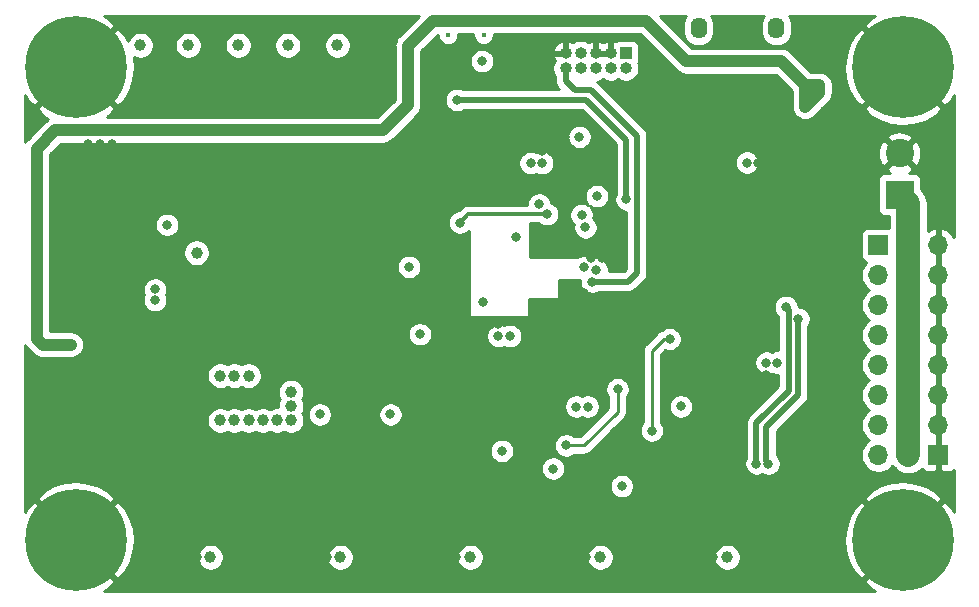
<source format=gbr>
G04 #@! TF.GenerationSoftware,KiCad,Pcbnew,(5.1.5)-3*
G04 #@! TF.CreationDate,2020-05-21T19:58:44+02:00*
G04 #@! TF.ProjectId,HadesNT,48616465-734e-4542-9e6b-696361645f70,rev?*
G04 #@! TF.SameCoordinates,Original*
G04 #@! TF.FileFunction,Copper,L4,Bot*
G04 #@! TF.FilePolarity,Positive*
%FSLAX46Y46*%
G04 Gerber Fmt 4.6, Leading zero omitted, Abs format (unit mm)*
G04 Created by KiCad (PCBNEW (5.1.5)-3) date 2020-05-21 19:58:44*
%MOMM*%
%LPD*%
G04 APERTURE LIST*
%ADD10C,2.400000*%
%ADD11R,2.400000X2.400000*%
%ADD12O,1.400000X1.800000*%
%ADD13C,0.900000*%
%ADD14C,8.600000*%
%ADD15R,1.000000X1.000000*%
%ADD16O,1.000000X1.000000*%
%ADD17R,1.700000X1.700000*%
%ADD18O,1.700000X1.700000*%
%ADD19C,0.450000*%
%ADD20C,1.000000*%
%ADD21C,0.800000*%
%ADD22C,0.500000*%
%ADD23C,1.000000*%
%ADD24C,2.000000*%
%ADD25C,0.293370*%
%ADD26C,0.300000*%
%ADD27C,0.254000*%
G04 APERTURE END LIST*
D10*
X94725000Y-32275000D03*
D11*
X94725000Y-35775000D03*
D12*
X84300000Y-21675000D03*
X77700000Y-21675000D03*
D13*
X27280419Y-22719581D03*
X25000000Y-21775000D03*
X22719581Y-22719581D03*
X21775000Y-25000000D03*
X22719581Y-27280419D03*
X25000000Y-28225000D03*
X27280419Y-27280419D03*
X28225000Y-25000000D03*
D14*
X25000000Y-25000000D03*
X25000000Y-65000000D03*
D13*
X28225000Y-65000000D03*
X27280419Y-67280419D03*
X25000000Y-68225000D03*
X22719581Y-67280419D03*
X21775000Y-65000000D03*
X22719581Y-62719581D03*
X25000000Y-61775000D03*
X27280419Y-62719581D03*
X97280419Y-62719581D03*
X95000000Y-61775000D03*
X92719581Y-62719581D03*
X91775000Y-65000000D03*
X92719581Y-67280419D03*
X95000000Y-68225000D03*
X97280419Y-67280419D03*
X98225000Y-65000000D03*
D14*
X95000000Y-65000000D03*
X95000000Y-25000000D03*
D13*
X98225000Y-25000000D03*
X97280419Y-27280419D03*
X95000000Y-28225000D03*
X92719581Y-27280419D03*
X91775000Y-25000000D03*
X92719581Y-22719581D03*
X95000000Y-21775000D03*
X97280419Y-22719581D03*
D15*
X71540000Y-23800000D03*
D16*
X71540000Y-25070000D03*
X70270000Y-23800000D03*
X70270000Y-25070000D03*
X69000000Y-23800000D03*
X69000000Y-25070000D03*
X67730000Y-23800000D03*
X67730000Y-25070000D03*
X66460000Y-23800000D03*
X66460000Y-25070000D03*
D17*
X98000000Y-57800000D03*
D18*
X95460000Y-57800000D03*
X98000000Y-55260000D03*
X95460000Y-55260000D03*
X98000000Y-52720000D03*
X95460000Y-52720000D03*
X98000000Y-50180000D03*
X95460000Y-50180000D03*
X98000000Y-47640000D03*
X95460000Y-47640000D03*
X98000000Y-45100000D03*
X95460000Y-45100000D03*
X98000000Y-42560000D03*
X95460000Y-42560000D03*
X98000000Y-40020000D03*
X95460000Y-40020000D03*
D17*
X92925000Y-40050000D03*
D18*
X92925000Y-42590000D03*
X92925000Y-45130000D03*
X92925000Y-47670000D03*
X92925000Y-50210000D03*
X92925000Y-52750000D03*
X92925000Y-55290000D03*
X92925000Y-57830000D03*
D19*
X59500000Y-22250000D03*
X56500000Y-22250000D03*
D20*
X40800000Y-48800000D03*
X39600000Y-51100000D03*
D21*
X74000000Y-60450000D03*
X79125000Y-28275000D03*
X78750000Y-26000000D03*
X77750000Y-26000000D03*
X76750000Y-26000000D03*
X76750000Y-27000000D03*
X77750000Y-27000000D03*
X78750000Y-27000000D03*
X26000000Y-33500000D03*
X27000000Y-33500000D03*
X28000000Y-33500000D03*
X26000000Y-32500000D03*
X27000000Y-32500000D03*
X28000000Y-32500000D03*
X26000000Y-31500000D03*
X27000000Y-31500000D03*
X28000000Y-31500000D03*
X81300000Y-53650000D03*
X82500000Y-51900000D03*
X83440000Y-51030000D03*
X85390000Y-35210000D03*
X83670000Y-34000000D03*
X82770000Y-33070000D03*
X69490000Y-32810000D03*
X69470000Y-31800000D03*
X65280000Y-30850000D03*
X66420000Y-30860000D03*
X68558191Y-41107102D03*
X67990000Y-45040000D03*
X67990000Y-44120000D03*
X66450000Y-52800000D03*
X66450000Y-51800000D03*
X28700000Y-39400000D03*
X27700000Y-39400000D03*
D20*
X42000000Y-48800000D03*
X43200000Y-48800000D03*
X43200000Y-50000000D03*
X39700000Y-48800000D03*
X23800000Y-56700000D03*
X25200000Y-56700000D03*
X26900000Y-56700000D03*
X28200000Y-56700000D03*
X29800000Y-56700000D03*
X31200000Y-56700000D03*
X30800000Y-50300000D03*
X32200000Y-50300000D03*
X33100000Y-48900000D03*
X38250000Y-40725000D03*
D21*
X32450000Y-42700000D03*
X62600000Y-58975000D03*
X62000000Y-55600000D03*
X77950000Y-55050000D03*
X77025000Y-55050000D03*
X64450000Y-32070000D03*
X69500000Y-41107102D03*
X62250000Y-39350000D03*
X59475000Y-44850000D03*
X52300000Y-40600000D03*
X51300000Y-47600000D03*
D20*
X35120000Y-66470000D03*
X46120000Y-66470000D03*
X57120000Y-66470000D03*
X68130000Y-66470000D03*
X78880000Y-66470000D03*
D21*
X49100000Y-54120000D03*
X55100000Y-54120000D03*
X57750000Y-39750000D03*
X57750000Y-40750000D03*
X57750000Y-41750000D03*
X57750000Y-42750000D03*
X57750000Y-43750000D03*
X57750000Y-44750000D03*
X57750000Y-45750000D03*
X57750000Y-46750000D03*
X58750000Y-46750000D03*
X59750000Y-46750000D03*
X60750000Y-46750000D03*
X72250000Y-51800000D03*
X72250000Y-53000000D03*
X38525000Y-26260000D03*
X42720000Y-26260000D03*
X46920000Y-26260000D03*
X51130000Y-26260000D03*
D20*
X30450000Y-24680000D03*
X38580000Y-45640000D03*
X38580000Y-46850000D03*
D21*
X49660000Y-46150000D03*
X60750000Y-47750000D03*
X61750000Y-47750000D03*
X67610000Y-30880000D03*
X64450000Y-33100000D03*
X67990000Y-41930000D03*
X68120000Y-38550000D03*
X83440000Y-50000000D03*
X84350000Y-50000000D03*
X68320000Y-53720000D03*
X67350000Y-53720000D03*
X76200000Y-53700000D03*
X31700000Y-44700000D03*
X31700000Y-43800000D03*
D20*
X38400000Y-51100000D03*
X37200000Y-51100000D03*
X37200000Y-54900000D03*
X38400000Y-54900000D03*
X39600000Y-54900000D03*
X40800000Y-54900000D03*
X42000000Y-54900000D03*
X43200000Y-54900000D03*
X43200000Y-53700000D03*
X43200000Y-52500000D03*
X35200000Y-40700000D03*
D21*
X32700000Y-38325000D03*
X63475000Y-33100000D03*
X65400000Y-58975000D03*
X61050000Y-57475000D03*
X71200000Y-60450000D03*
X53200000Y-41900000D03*
X54100000Y-47600000D03*
D20*
X36380000Y-66470000D03*
X47370000Y-66480000D03*
X58380000Y-66480000D03*
X69370000Y-66480000D03*
X80130000Y-66480000D03*
D21*
X45630000Y-54390000D03*
X51620000Y-54390000D03*
D20*
X34500000Y-23125000D03*
X30450000Y-23125000D03*
X38725000Y-23125000D03*
X42925000Y-23125000D03*
X47125000Y-23125000D03*
D21*
X69060000Y-42130000D03*
X81800000Y-33070000D03*
X59370000Y-24470000D03*
X54870000Y-24470000D03*
D20*
X86750000Y-28325000D03*
D21*
X68700000Y-43150000D03*
D20*
X23360000Y-48470000D03*
X24540000Y-48470000D03*
X22160000Y-48470000D03*
X87925000Y-26500000D03*
X86750000Y-26500000D03*
D21*
X82600000Y-58550000D03*
X85100000Y-45275000D03*
X83614489Y-58560839D03*
X86150000Y-46300000D03*
X57250000Y-27750000D03*
X71600000Y-36175000D03*
X73750000Y-55750000D03*
X75250000Y-48000000D03*
X66500000Y-57000000D03*
X70846685Y-52250000D03*
X67800000Y-37500000D03*
X64877987Y-37422013D03*
X57500000Y-38146685D03*
X64200000Y-36600000D03*
X69100000Y-35899502D03*
D22*
X68700000Y-43150000D02*
X71725000Y-43150000D01*
X71725000Y-43150000D02*
X72475000Y-42400000D01*
X72475000Y-42400000D02*
X72475000Y-30800000D01*
X72475000Y-30800000D02*
X68625000Y-26950000D01*
X68625000Y-26950000D02*
X67225000Y-26950000D01*
X66460000Y-26185000D02*
X66460000Y-25070000D01*
X67225000Y-26950000D02*
X66460000Y-26185000D01*
D23*
X86750000Y-28325000D02*
X86750000Y-26500000D01*
X87925000Y-26500000D02*
X86750000Y-26500000D01*
X87925000Y-27150000D02*
X86750000Y-28325000D01*
X87925000Y-26500000D02*
X87925000Y-27150000D01*
X86750000Y-27675000D02*
X87925000Y-26500000D01*
X86750000Y-28325000D02*
X86750000Y-27675000D01*
X24540000Y-48470000D02*
X22160000Y-48470000D01*
X53100000Y-23175000D02*
X55200000Y-21075000D01*
X73250000Y-21075000D02*
X76650000Y-24475000D01*
X53100000Y-28206960D02*
X53100000Y-23175000D01*
X21660001Y-47970001D02*
X21660001Y-31889999D01*
X55200000Y-21075000D02*
X73250000Y-21075000D01*
X22160000Y-48470000D02*
X21660001Y-47970001D01*
X21660001Y-31889999D02*
X23225000Y-30325000D01*
X84725000Y-24475000D02*
X86750000Y-26500000D01*
X23225000Y-30325000D02*
X50981960Y-30325000D01*
X76650000Y-24475000D02*
X84725000Y-24475000D01*
X50981960Y-30325000D02*
X53100000Y-28206960D01*
D22*
X82600000Y-55125000D02*
X82600000Y-58550000D01*
X85350000Y-52375000D02*
X82600000Y-55125000D01*
X85100000Y-45275000D02*
X85350000Y-45525000D01*
X85350000Y-45525000D02*
X85350000Y-52375000D01*
X83425000Y-58371350D02*
X83614489Y-58560839D01*
X83425000Y-55425000D02*
X83425000Y-58371350D01*
X86150000Y-46300000D02*
X86125000Y-46325000D01*
X86125000Y-52725000D02*
X83425000Y-55425000D01*
X86125000Y-46325000D02*
X86125000Y-52725000D01*
D24*
X95460000Y-57800000D02*
X95460000Y-55260000D01*
X95460000Y-55260000D02*
X95460000Y-52720000D01*
X95460000Y-52720000D02*
X95460000Y-50180000D01*
X95460000Y-50180000D02*
X95460000Y-47640000D01*
X95460000Y-47640000D02*
X95460000Y-45100000D01*
X95460000Y-45100000D02*
X95460000Y-42560000D01*
X95460000Y-42560000D02*
X95460000Y-40020000D01*
X95460000Y-36510000D02*
X94725000Y-35775000D01*
X95460000Y-40020000D02*
X95460000Y-36510000D01*
D22*
X57250000Y-27750000D02*
X68200000Y-27750000D01*
X71600000Y-31150000D02*
X71600000Y-36175000D01*
X68200000Y-27750000D02*
X71600000Y-31150000D01*
D25*
X73750000Y-55750000D02*
X73750000Y-49000000D01*
X73750000Y-49000000D02*
X74750000Y-48000000D01*
X74750000Y-48000000D02*
X75250000Y-48000000D01*
X66500000Y-57000000D02*
X67250000Y-57000000D01*
X67250000Y-57000000D02*
X68000000Y-57000000D01*
X68000000Y-57000000D02*
X70846685Y-54153315D01*
X70846685Y-54153315D02*
X70846685Y-52250000D01*
D26*
X58224672Y-37422013D02*
X57500000Y-38146685D01*
X64877987Y-37422013D02*
X58224672Y-37422013D01*
D27*
G36*
X76584618Y-20729725D02*
G01*
X76460653Y-20961646D01*
X76384317Y-21213294D01*
X76365000Y-21409421D01*
X76365000Y-21940578D01*
X76384317Y-22136705D01*
X76460653Y-22388353D01*
X76584618Y-22620274D01*
X76751445Y-22823555D01*
X76954725Y-22990382D01*
X77186646Y-23114347D01*
X77438294Y-23190683D01*
X77700000Y-23216459D01*
X77961705Y-23190683D01*
X78213353Y-23114347D01*
X78445274Y-22990382D01*
X78648555Y-22823555D01*
X78815382Y-22620275D01*
X78939347Y-22388354D01*
X79015683Y-22136706D01*
X79035000Y-21940579D01*
X79035000Y-21409422D01*
X79015683Y-21213295D01*
X78939347Y-20961647D01*
X78815382Y-20729725D01*
X78758160Y-20660000D01*
X83241840Y-20660000D01*
X83184618Y-20729725D01*
X83060653Y-20961646D01*
X82984317Y-21213294D01*
X82965000Y-21409421D01*
X82965000Y-21940578D01*
X82984317Y-22136705D01*
X83060653Y-22388353D01*
X83184618Y-22620274D01*
X83351445Y-22823555D01*
X83554725Y-22990382D01*
X83786646Y-23114347D01*
X84038294Y-23190683D01*
X84300000Y-23216459D01*
X84561705Y-23190683D01*
X84813353Y-23114347D01*
X85045274Y-22990382D01*
X85248555Y-22823555D01*
X85415382Y-22620275D01*
X85539347Y-22388354D01*
X85615683Y-22136706D01*
X85635000Y-21940579D01*
X85635000Y-21409422D01*
X85615683Y-21213295D01*
X85539347Y-20961647D01*
X85415382Y-20729725D01*
X85358160Y-20660000D01*
X92648907Y-20660000D01*
X92301560Y-20839606D01*
X92188946Y-20914851D01*
X91696787Y-21517182D01*
X95000000Y-24820395D01*
X95014143Y-24806253D01*
X95193748Y-24985858D01*
X95179605Y-25000000D01*
X98482818Y-28303213D01*
X99085149Y-27811054D01*
X99340000Y-27349534D01*
X99340000Y-39396599D01*
X99271641Y-39253080D01*
X99097588Y-39019731D01*
X98881355Y-38824822D01*
X98631252Y-38675843D01*
X98356891Y-38578519D01*
X98127000Y-38699186D01*
X98127000Y-39893000D01*
X98147000Y-39893000D01*
X98147000Y-40147000D01*
X98127000Y-40147000D01*
X98127000Y-42433000D01*
X98147000Y-42433000D01*
X98147000Y-42687000D01*
X98127000Y-42687000D01*
X98127000Y-44973000D01*
X98147000Y-44973000D01*
X98147000Y-45227000D01*
X98127000Y-45227000D01*
X98127000Y-47513000D01*
X98147000Y-47513000D01*
X98147000Y-47767000D01*
X98127000Y-47767000D01*
X98127000Y-50053000D01*
X98147000Y-50053000D01*
X98147000Y-50307000D01*
X98127000Y-50307000D01*
X98127000Y-52593000D01*
X98147000Y-52593000D01*
X98147000Y-52847000D01*
X98127000Y-52847000D01*
X98127000Y-55133000D01*
X98147000Y-55133000D01*
X98147000Y-55387000D01*
X98127000Y-55387000D01*
X98127000Y-57673000D01*
X98147000Y-57673000D01*
X98147000Y-57927000D01*
X98127000Y-57927000D01*
X98127000Y-59126250D01*
X98285750Y-59285000D01*
X98850000Y-59288072D01*
X98974482Y-59275812D01*
X99094180Y-59239502D01*
X99204494Y-59180537D01*
X99301185Y-59101185D01*
X99340001Y-59053888D01*
X99340001Y-62648909D01*
X99160394Y-62301560D01*
X99085149Y-62188946D01*
X98482818Y-61696787D01*
X95179605Y-65000000D01*
X95193748Y-65014143D01*
X95014143Y-65193748D01*
X95000000Y-65179605D01*
X91696787Y-68482818D01*
X92188946Y-69085149D01*
X92650466Y-69340000D01*
X27351093Y-69340000D01*
X27698440Y-69160394D01*
X27811054Y-69085149D01*
X28303213Y-68482818D01*
X25000000Y-65179605D01*
X24985858Y-65193748D01*
X24806253Y-65014143D01*
X24820395Y-65000000D01*
X25179605Y-65000000D01*
X28482818Y-68303213D01*
X29085149Y-67811054D01*
X29555063Y-66960067D01*
X29746647Y-66358212D01*
X35245000Y-66358212D01*
X35245000Y-66581788D01*
X35288617Y-66801067D01*
X35374176Y-67007624D01*
X35498388Y-67193520D01*
X35656480Y-67351612D01*
X35842376Y-67475824D01*
X36048933Y-67561383D01*
X36268212Y-67605000D01*
X36491788Y-67605000D01*
X36711067Y-67561383D01*
X36917624Y-67475824D01*
X37103520Y-67351612D01*
X37261612Y-67193520D01*
X37385824Y-67007624D01*
X37471383Y-66801067D01*
X37515000Y-66581788D01*
X37515000Y-66368212D01*
X46235000Y-66368212D01*
X46235000Y-66591788D01*
X46278617Y-66811067D01*
X46364176Y-67017624D01*
X46488388Y-67203520D01*
X46646480Y-67361612D01*
X46832376Y-67485824D01*
X47038933Y-67571383D01*
X47258212Y-67615000D01*
X47481788Y-67615000D01*
X47701067Y-67571383D01*
X47907624Y-67485824D01*
X48093520Y-67361612D01*
X48251612Y-67203520D01*
X48375824Y-67017624D01*
X48461383Y-66811067D01*
X48505000Y-66591788D01*
X48505000Y-66368212D01*
X57245000Y-66368212D01*
X57245000Y-66591788D01*
X57288617Y-66811067D01*
X57374176Y-67017624D01*
X57498388Y-67203520D01*
X57656480Y-67361612D01*
X57842376Y-67485824D01*
X58048933Y-67571383D01*
X58268212Y-67615000D01*
X58491788Y-67615000D01*
X58711067Y-67571383D01*
X58917624Y-67485824D01*
X59103520Y-67361612D01*
X59261612Y-67203520D01*
X59385824Y-67017624D01*
X59471383Y-66811067D01*
X59515000Y-66591788D01*
X59515000Y-66368212D01*
X68235000Y-66368212D01*
X68235000Y-66591788D01*
X68278617Y-66811067D01*
X68364176Y-67017624D01*
X68488388Y-67203520D01*
X68646480Y-67361612D01*
X68832376Y-67485824D01*
X69038933Y-67571383D01*
X69258212Y-67615000D01*
X69481788Y-67615000D01*
X69701067Y-67571383D01*
X69907624Y-67485824D01*
X70093520Y-67361612D01*
X70251612Y-67203520D01*
X70375824Y-67017624D01*
X70461383Y-66811067D01*
X70505000Y-66591788D01*
X70505000Y-66368212D01*
X78995000Y-66368212D01*
X78995000Y-66591788D01*
X79038617Y-66811067D01*
X79124176Y-67017624D01*
X79248388Y-67203520D01*
X79406480Y-67361612D01*
X79592376Y-67485824D01*
X79798933Y-67571383D01*
X80018212Y-67615000D01*
X80241788Y-67615000D01*
X80461067Y-67571383D01*
X80667624Y-67485824D01*
X80853520Y-67361612D01*
X81011612Y-67203520D01*
X81135824Y-67017624D01*
X81221383Y-66811067D01*
X81265000Y-66591788D01*
X81265000Y-66368212D01*
X81221383Y-66148933D01*
X81135824Y-65942376D01*
X81011612Y-65756480D01*
X80853520Y-65598388D01*
X80667624Y-65474176D01*
X80461067Y-65388617D01*
X80241788Y-65345000D01*
X80018212Y-65345000D01*
X79798933Y-65388617D01*
X79592376Y-65474176D01*
X79406480Y-65598388D01*
X79248388Y-65756480D01*
X79124176Y-65942376D01*
X79038617Y-66148933D01*
X78995000Y-66368212D01*
X70505000Y-66368212D01*
X70461383Y-66148933D01*
X70375824Y-65942376D01*
X70251612Y-65756480D01*
X70093520Y-65598388D01*
X69907624Y-65474176D01*
X69701067Y-65388617D01*
X69481788Y-65345000D01*
X69258212Y-65345000D01*
X69038933Y-65388617D01*
X68832376Y-65474176D01*
X68646480Y-65598388D01*
X68488388Y-65756480D01*
X68364176Y-65942376D01*
X68278617Y-66148933D01*
X68235000Y-66368212D01*
X59515000Y-66368212D01*
X59471383Y-66148933D01*
X59385824Y-65942376D01*
X59261612Y-65756480D01*
X59103520Y-65598388D01*
X58917624Y-65474176D01*
X58711067Y-65388617D01*
X58491788Y-65345000D01*
X58268212Y-65345000D01*
X58048933Y-65388617D01*
X57842376Y-65474176D01*
X57656480Y-65598388D01*
X57498388Y-65756480D01*
X57374176Y-65942376D01*
X57288617Y-66148933D01*
X57245000Y-66368212D01*
X48505000Y-66368212D01*
X48461383Y-66148933D01*
X48375824Y-65942376D01*
X48251612Y-65756480D01*
X48093520Y-65598388D01*
X47907624Y-65474176D01*
X47701067Y-65388617D01*
X47481788Y-65345000D01*
X47258212Y-65345000D01*
X47038933Y-65388617D01*
X46832376Y-65474176D01*
X46646480Y-65598388D01*
X46488388Y-65756480D01*
X46364176Y-65942376D01*
X46278617Y-66148933D01*
X46235000Y-66368212D01*
X37515000Y-66368212D01*
X37515000Y-66358212D01*
X37471383Y-66138933D01*
X37385824Y-65932376D01*
X37261612Y-65746480D01*
X37103520Y-65588388D01*
X36917624Y-65464176D01*
X36711067Y-65378617D01*
X36491788Y-65335000D01*
X36268212Y-65335000D01*
X36048933Y-65378617D01*
X35842376Y-65464176D01*
X35656480Y-65588388D01*
X35498388Y-65746480D01*
X35374176Y-65932376D01*
X35288617Y-66138933D01*
X35245000Y-66358212D01*
X29746647Y-66358212D01*
X29849929Y-66033757D01*
X29958414Y-65067719D01*
X29946940Y-64932281D01*
X90041586Y-64932281D01*
X90123649Y-65900921D01*
X90393107Y-66834938D01*
X90839606Y-67698440D01*
X90914851Y-67811054D01*
X91517182Y-68303213D01*
X94820395Y-65000000D01*
X91517182Y-61696787D01*
X90914851Y-62188946D01*
X90444937Y-63039933D01*
X90150071Y-63966243D01*
X90041586Y-64932281D01*
X29946940Y-64932281D01*
X29876351Y-64099079D01*
X29606893Y-63165062D01*
X29160394Y-62301560D01*
X29085149Y-62188946D01*
X28482818Y-61696787D01*
X25179605Y-65000000D01*
X24820395Y-65000000D01*
X21517182Y-61696787D01*
X20914851Y-62188946D01*
X20660000Y-62650466D01*
X20660000Y-61517182D01*
X21696787Y-61517182D01*
X25000000Y-64820395D01*
X28303213Y-61517182D01*
X91696787Y-61517182D01*
X95000000Y-64820395D01*
X98303213Y-61517182D01*
X97811054Y-60914851D01*
X96960067Y-60444937D01*
X96033757Y-60150071D01*
X95067719Y-60041586D01*
X94099079Y-60123649D01*
X93165062Y-60393107D01*
X92301560Y-60839606D01*
X92188946Y-60914851D01*
X91696787Y-61517182D01*
X28303213Y-61517182D01*
X27811054Y-60914851D01*
X26960067Y-60444937D01*
X26655735Y-60348061D01*
X70165000Y-60348061D01*
X70165000Y-60551939D01*
X70204774Y-60751898D01*
X70282795Y-60940256D01*
X70396063Y-61109774D01*
X70540226Y-61253937D01*
X70709744Y-61367205D01*
X70898102Y-61445226D01*
X71098061Y-61485000D01*
X71301939Y-61485000D01*
X71501898Y-61445226D01*
X71690256Y-61367205D01*
X71859774Y-61253937D01*
X72003937Y-61109774D01*
X72117205Y-60940256D01*
X72195226Y-60751898D01*
X72235000Y-60551939D01*
X72235000Y-60348061D01*
X72195226Y-60148102D01*
X72117205Y-59959744D01*
X72003937Y-59790226D01*
X71859774Y-59646063D01*
X71690256Y-59532795D01*
X71501898Y-59454774D01*
X71301939Y-59415000D01*
X71098061Y-59415000D01*
X70898102Y-59454774D01*
X70709744Y-59532795D01*
X70540226Y-59646063D01*
X70396063Y-59790226D01*
X70282795Y-59959744D01*
X70204774Y-60148102D01*
X70165000Y-60348061D01*
X26655735Y-60348061D01*
X26033757Y-60150071D01*
X25067719Y-60041586D01*
X24099079Y-60123649D01*
X23165062Y-60393107D01*
X22301560Y-60839606D01*
X22188946Y-60914851D01*
X21696787Y-61517182D01*
X20660000Y-61517182D01*
X20660000Y-58873061D01*
X64365000Y-58873061D01*
X64365000Y-59076939D01*
X64404774Y-59276898D01*
X64482795Y-59465256D01*
X64596063Y-59634774D01*
X64740226Y-59778937D01*
X64909744Y-59892205D01*
X65098102Y-59970226D01*
X65298061Y-60010000D01*
X65501939Y-60010000D01*
X65701898Y-59970226D01*
X65890256Y-59892205D01*
X66059774Y-59778937D01*
X66203937Y-59634774D01*
X66317205Y-59465256D01*
X66395226Y-59276898D01*
X66435000Y-59076939D01*
X66435000Y-58873061D01*
X66395226Y-58673102D01*
X66317205Y-58484744D01*
X66292695Y-58448061D01*
X81565000Y-58448061D01*
X81565000Y-58651939D01*
X81604774Y-58851898D01*
X81682795Y-59040256D01*
X81796063Y-59209774D01*
X81940226Y-59353937D01*
X82109744Y-59467205D01*
X82298102Y-59545226D01*
X82498061Y-59585000D01*
X82701939Y-59585000D01*
X82901898Y-59545226D01*
X83090256Y-59467205D01*
X83099134Y-59461273D01*
X83124233Y-59478044D01*
X83312591Y-59556065D01*
X83512550Y-59595839D01*
X83716428Y-59595839D01*
X83916387Y-59556065D01*
X84104745Y-59478044D01*
X84274263Y-59364776D01*
X84418426Y-59220613D01*
X84531694Y-59051095D01*
X84609715Y-58862737D01*
X84649489Y-58662778D01*
X84649489Y-58458900D01*
X84609715Y-58258941D01*
X84531694Y-58070583D01*
X84418426Y-57901065D01*
X84310000Y-57792639D01*
X84310000Y-55791578D01*
X86720049Y-53381530D01*
X86753817Y-53353817D01*
X86864411Y-53219059D01*
X86892127Y-53167205D01*
X86946589Y-53065314D01*
X86997195Y-52898490D01*
X86997434Y-52896063D01*
X87010000Y-52768477D01*
X87010000Y-52768469D01*
X87014281Y-52725000D01*
X87010000Y-52681531D01*
X87010000Y-46875870D01*
X87067205Y-46790256D01*
X87145226Y-46601898D01*
X87185000Y-46401939D01*
X87185000Y-46198061D01*
X87145226Y-45998102D01*
X87067205Y-45809744D01*
X86953937Y-45640226D01*
X86809774Y-45496063D01*
X86640256Y-45382795D01*
X86451898Y-45304774D01*
X86251939Y-45265000D01*
X86195952Y-45265000D01*
X86171589Y-45184687D01*
X86116996Y-45082550D01*
X86095226Y-44973102D01*
X86017205Y-44784744D01*
X85903937Y-44615226D01*
X85759774Y-44471063D01*
X85590256Y-44357795D01*
X85401898Y-44279774D01*
X85201939Y-44240000D01*
X84998061Y-44240000D01*
X84798102Y-44279774D01*
X84609744Y-44357795D01*
X84440226Y-44471063D01*
X84296063Y-44615226D01*
X84182795Y-44784744D01*
X84104774Y-44973102D01*
X84065000Y-45173061D01*
X84065000Y-45376939D01*
X84104774Y-45576898D01*
X84182795Y-45765256D01*
X84296063Y-45934774D01*
X84440226Y-46078937D01*
X84465000Y-46095490D01*
X84465001Y-48967598D01*
X84451939Y-48965000D01*
X84248061Y-48965000D01*
X84048102Y-49004774D01*
X83895000Y-49068191D01*
X83741898Y-49004774D01*
X83541939Y-48965000D01*
X83338061Y-48965000D01*
X83138102Y-49004774D01*
X82949744Y-49082795D01*
X82780226Y-49196063D01*
X82636063Y-49340226D01*
X82522795Y-49509744D01*
X82444774Y-49698102D01*
X82405000Y-49898061D01*
X82405000Y-50101939D01*
X82444774Y-50301898D01*
X82522795Y-50490256D01*
X82636063Y-50659774D01*
X82780226Y-50803937D01*
X82949744Y-50917205D01*
X83138102Y-50995226D01*
X83338061Y-51035000D01*
X83541939Y-51035000D01*
X83741898Y-50995226D01*
X83895000Y-50931809D01*
X84048102Y-50995226D01*
X84248061Y-51035000D01*
X84451939Y-51035000D01*
X84465001Y-51032402D01*
X84465001Y-52008420D01*
X82004956Y-54468466D01*
X81971183Y-54496183D01*
X81860589Y-54630942D01*
X81778411Y-54784688D01*
X81763818Y-54832795D01*
X81729458Y-54946063D01*
X81727805Y-54951511D01*
X81715000Y-55081524D01*
X81715000Y-55081531D01*
X81710719Y-55125000D01*
X81715000Y-55168469D01*
X81715001Y-58011544D01*
X81682795Y-58059744D01*
X81604774Y-58248102D01*
X81565000Y-58448061D01*
X66292695Y-58448061D01*
X66203937Y-58315226D01*
X66059774Y-58171063D01*
X65890256Y-58057795D01*
X65701898Y-57979774D01*
X65501939Y-57940000D01*
X65298061Y-57940000D01*
X65098102Y-57979774D01*
X64909744Y-58057795D01*
X64740226Y-58171063D01*
X64596063Y-58315226D01*
X64482795Y-58484744D01*
X64404774Y-58673102D01*
X64365000Y-58873061D01*
X20660000Y-58873061D01*
X20660000Y-57373061D01*
X60015000Y-57373061D01*
X60015000Y-57576939D01*
X60054774Y-57776898D01*
X60132795Y-57965256D01*
X60246063Y-58134774D01*
X60390226Y-58278937D01*
X60559744Y-58392205D01*
X60748102Y-58470226D01*
X60948061Y-58510000D01*
X61151939Y-58510000D01*
X61351898Y-58470226D01*
X61540256Y-58392205D01*
X61709774Y-58278937D01*
X61853937Y-58134774D01*
X61967205Y-57965256D01*
X62045226Y-57776898D01*
X62085000Y-57576939D01*
X62085000Y-57373061D01*
X62045226Y-57173102D01*
X61967205Y-56984744D01*
X61909286Y-56898061D01*
X65465000Y-56898061D01*
X65465000Y-57101939D01*
X65504774Y-57301898D01*
X65582795Y-57490256D01*
X65696063Y-57659774D01*
X65840226Y-57803937D01*
X66009744Y-57917205D01*
X66198102Y-57995226D01*
X66398061Y-58035000D01*
X66601939Y-58035000D01*
X66801898Y-57995226D01*
X66990256Y-57917205D01*
X67159774Y-57803937D01*
X67182026Y-57781685D01*
X67961610Y-57781685D01*
X68000000Y-57785466D01*
X68038390Y-57781685D01*
X68038398Y-57781685D01*
X68153237Y-57770374D01*
X68300585Y-57725677D01*
X68436382Y-57653092D01*
X68555409Y-57555409D01*
X68579889Y-57525580D01*
X70457408Y-55648061D01*
X72715000Y-55648061D01*
X72715000Y-55851939D01*
X72754774Y-56051898D01*
X72832795Y-56240256D01*
X72946063Y-56409774D01*
X73090226Y-56553937D01*
X73259744Y-56667205D01*
X73448102Y-56745226D01*
X73648061Y-56785000D01*
X73851939Y-56785000D01*
X74051898Y-56745226D01*
X74240256Y-56667205D01*
X74409774Y-56553937D01*
X74553937Y-56409774D01*
X74667205Y-56240256D01*
X74745226Y-56051898D01*
X74785000Y-55851939D01*
X74785000Y-55648061D01*
X74745226Y-55448102D01*
X74667205Y-55259744D01*
X74553937Y-55090226D01*
X74531685Y-55067974D01*
X74531685Y-53598061D01*
X75165000Y-53598061D01*
X75165000Y-53801939D01*
X75204774Y-54001898D01*
X75282795Y-54190256D01*
X75396063Y-54359774D01*
X75540226Y-54503937D01*
X75709744Y-54617205D01*
X75898102Y-54695226D01*
X76098061Y-54735000D01*
X76301939Y-54735000D01*
X76501898Y-54695226D01*
X76690256Y-54617205D01*
X76859774Y-54503937D01*
X77003937Y-54359774D01*
X77117205Y-54190256D01*
X77195226Y-54001898D01*
X77235000Y-53801939D01*
X77235000Y-53598061D01*
X77195226Y-53398102D01*
X77117205Y-53209744D01*
X77003937Y-53040226D01*
X76859774Y-52896063D01*
X76690256Y-52782795D01*
X76501898Y-52704774D01*
X76301939Y-52665000D01*
X76098061Y-52665000D01*
X75898102Y-52704774D01*
X75709744Y-52782795D01*
X75540226Y-52896063D01*
X75396063Y-53040226D01*
X75282795Y-53209744D01*
X75204774Y-53398102D01*
X75165000Y-53598061D01*
X74531685Y-53598061D01*
X74531685Y-49323784D01*
X74885976Y-48969493D01*
X74948102Y-48995226D01*
X75148061Y-49035000D01*
X75351939Y-49035000D01*
X75551898Y-48995226D01*
X75740256Y-48917205D01*
X75909774Y-48803937D01*
X76053937Y-48659774D01*
X76167205Y-48490256D01*
X76245226Y-48301898D01*
X76285000Y-48101939D01*
X76285000Y-47898061D01*
X76245226Y-47698102D01*
X76167205Y-47509744D01*
X76053937Y-47340226D01*
X75909774Y-47196063D01*
X75740256Y-47082795D01*
X75551898Y-47004774D01*
X75351939Y-46965000D01*
X75148061Y-46965000D01*
X74948102Y-47004774D01*
X74759744Y-47082795D01*
X74590226Y-47196063D01*
X74539203Y-47247086D01*
X74449414Y-47274323D01*
X74410308Y-47295226D01*
X74313618Y-47346908D01*
X74194591Y-47444591D01*
X74170111Y-47474420D01*
X73224416Y-48420115D01*
X73194592Y-48444591D01*
X73170116Y-48474415D01*
X73170114Y-48474417D01*
X73145412Y-48504517D01*
X73096909Y-48563618D01*
X73058755Y-48635000D01*
X73024324Y-48699415D01*
X72979626Y-48846763D01*
X72964534Y-49000000D01*
X72968316Y-49038401D01*
X72968315Y-55067974D01*
X72946063Y-55090226D01*
X72832795Y-55259744D01*
X72754774Y-55448102D01*
X72715000Y-55648061D01*
X70457408Y-55648061D01*
X71372266Y-54733203D01*
X71402094Y-54708724D01*
X71499777Y-54589697D01*
X71552030Y-54491939D01*
X71572362Y-54453901D01*
X71617059Y-54306552D01*
X71632152Y-54153315D01*
X71628370Y-54114917D01*
X71628370Y-52932026D01*
X71650622Y-52909774D01*
X71763890Y-52740256D01*
X71841911Y-52551898D01*
X71881685Y-52351939D01*
X71881685Y-52148061D01*
X71841911Y-51948102D01*
X71763890Y-51759744D01*
X71650622Y-51590226D01*
X71506459Y-51446063D01*
X71336941Y-51332795D01*
X71148583Y-51254774D01*
X70948624Y-51215000D01*
X70744746Y-51215000D01*
X70544787Y-51254774D01*
X70356429Y-51332795D01*
X70186911Y-51446063D01*
X70042748Y-51590226D01*
X69929480Y-51759744D01*
X69851459Y-51948102D01*
X69811685Y-52148061D01*
X69811685Y-52351939D01*
X69851459Y-52551898D01*
X69929480Y-52740256D01*
X70042748Y-52909774D01*
X70065001Y-52932027D01*
X70065000Y-53829531D01*
X67676216Y-56218315D01*
X67182026Y-56218315D01*
X67159774Y-56196063D01*
X66990256Y-56082795D01*
X66801898Y-56004774D01*
X66601939Y-55965000D01*
X66398061Y-55965000D01*
X66198102Y-56004774D01*
X66009744Y-56082795D01*
X65840226Y-56196063D01*
X65696063Y-56340226D01*
X65582795Y-56509744D01*
X65504774Y-56698102D01*
X65465000Y-56898061D01*
X61909286Y-56898061D01*
X61853937Y-56815226D01*
X61709774Y-56671063D01*
X61540256Y-56557795D01*
X61351898Y-56479774D01*
X61151939Y-56440000D01*
X60948061Y-56440000D01*
X60748102Y-56479774D01*
X60559744Y-56557795D01*
X60390226Y-56671063D01*
X60246063Y-56815226D01*
X60132795Y-56984744D01*
X60054774Y-57173102D01*
X60015000Y-57373061D01*
X20660000Y-57373061D01*
X20660000Y-54788212D01*
X36065000Y-54788212D01*
X36065000Y-55011788D01*
X36108617Y-55231067D01*
X36194176Y-55437624D01*
X36318388Y-55623520D01*
X36476480Y-55781612D01*
X36662376Y-55905824D01*
X36868933Y-55991383D01*
X37088212Y-56035000D01*
X37311788Y-56035000D01*
X37531067Y-55991383D01*
X37737624Y-55905824D01*
X37800000Y-55864146D01*
X37862376Y-55905824D01*
X38068933Y-55991383D01*
X38288212Y-56035000D01*
X38511788Y-56035000D01*
X38731067Y-55991383D01*
X38937624Y-55905824D01*
X39000000Y-55864146D01*
X39062376Y-55905824D01*
X39268933Y-55991383D01*
X39488212Y-56035000D01*
X39711788Y-56035000D01*
X39931067Y-55991383D01*
X40137624Y-55905824D01*
X40200000Y-55864146D01*
X40262376Y-55905824D01*
X40468933Y-55991383D01*
X40688212Y-56035000D01*
X40911788Y-56035000D01*
X41131067Y-55991383D01*
X41337624Y-55905824D01*
X41400000Y-55864146D01*
X41462376Y-55905824D01*
X41668933Y-55991383D01*
X41888212Y-56035000D01*
X42111788Y-56035000D01*
X42331067Y-55991383D01*
X42537624Y-55905824D01*
X42600000Y-55864146D01*
X42662376Y-55905824D01*
X42868933Y-55991383D01*
X43088212Y-56035000D01*
X43311788Y-56035000D01*
X43531067Y-55991383D01*
X43737624Y-55905824D01*
X43923520Y-55781612D01*
X44081612Y-55623520D01*
X44205824Y-55437624D01*
X44291383Y-55231067D01*
X44335000Y-55011788D01*
X44335000Y-54788212D01*
X44291383Y-54568933D01*
X44205824Y-54362376D01*
X44164146Y-54300000D01*
X44172123Y-54288061D01*
X44595000Y-54288061D01*
X44595000Y-54491939D01*
X44634774Y-54691898D01*
X44712795Y-54880256D01*
X44826063Y-55049774D01*
X44970226Y-55193937D01*
X45139744Y-55307205D01*
X45328102Y-55385226D01*
X45528061Y-55425000D01*
X45731939Y-55425000D01*
X45931898Y-55385226D01*
X46120256Y-55307205D01*
X46289774Y-55193937D01*
X46433937Y-55049774D01*
X46547205Y-54880256D01*
X46625226Y-54691898D01*
X46665000Y-54491939D01*
X46665000Y-54288061D01*
X50585000Y-54288061D01*
X50585000Y-54491939D01*
X50624774Y-54691898D01*
X50702795Y-54880256D01*
X50816063Y-55049774D01*
X50960226Y-55193937D01*
X51129744Y-55307205D01*
X51318102Y-55385226D01*
X51518061Y-55425000D01*
X51721939Y-55425000D01*
X51921898Y-55385226D01*
X52110256Y-55307205D01*
X52279774Y-55193937D01*
X52423937Y-55049774D01*
X52537205Y-54880256D01*
X52615226Y-54691898D01*
X52655000Y-54491939D01*
X52655000Y-54288061D01*
X52615226Y-54088102D01*
X52537205Y-53899744D01*
X52423937Y-53730226D01*
X52311772Y-53618061D01*
X66315000Y-53618061D01*
X66315000Y-53821939D01*
X66354774Y-54021898D01*
X66432795Y-54210256D01*
X66546063Y-54379774D01*
X66690226Y-54523937D01*
X66859744Y-54637205D01*
X67048102Y-54715226D01*
X67248061Y-54755000D01*
X67451939Y-54755000D01*
X67651898Y-54715226D01*
X67835000Y-54639382D01*
X68018102Y-54715226D01*
X68218061Y-54755000D01*
X68421939Y-54755000D01*
X68621898Y-54715226D01*
X68810256Y-54637205D01*
X68979774Y-54523937D01*
X69123937Y-54379774D01*
X69237205Y-54210256D01*
X69315226Y-54021898D01*
X69355000Y-53821939D01*
X69355000Y-53618061D01*
X69315226Y-53418102D01*
X69237205Y-53229744D01*
X69123937Y-53060226D01*
X68979774Y-52916063D01*
X68810256Y-52802795D01*
X68621898Y-52724774D01*
X68421939Y-52685000D01*
X68218061Y-52685000D01*
X68018102Y-52724774D01*
X67835000Y-52800618D01*
X67651898Y-52724774D01*
X67451939Y-52685000D01*
X67248061Y-52685000D01*
X67048102Y-52724774D01*
X66859744Y-52802795D01*
X66690226Y-52916063D01*
X66546063Y-53060226D01*
X66432795Y-53229744D01*
X66354774Y-53418102D01*
X66315000Y-53618061D01*
X52311772Y-53618061D01*
X52279774Y-53586063D01*
X52110256Y-53472795D01*
X51921898Y-53394774D01*
X51721939Y-53355000D01*
X51518061Y-53355000D01*
X51318102Y-53394774D01*
X51129744Y-53472795D01*
X50960226Y-53586063D01*
X50816063Y-53730226D01*
X50702795Y-53899744D01*
X50624774Y-54088102D01*
X50585000Y-54288061D01*
X46665000Y-54288061D01*
X46625226Y-54088102D01*
X46547205Y-53899744D01*
X46433937Y-53730226D01*
X46289774Y-53586063D01*
X46120256Y-53472795D01*
X45931898Y-53394774D01*
X45731939Y-53355000D01*
X45528061Y-53355000D01*
X45328102Y-53394774D01*
X45139744Y-53472795D01*
X44970226Y-53586063D01*
X44826063Y-53730226D01*
X44712795Y-53899744D01*
X44634774Y-54088102D01*
X44595000Y-54288061D01*
X44172123Y-54288061D01*
X44205824Y-54237624D01*
X44291383Y-54031067D01*
X44335000Y-53811788D01*
X44335000Y-53588212D01*
X44291383Y-53368933D01*
X44205824Y-53162376D01*
X44164146Y-53100000D01*
X44205824Y-53037624D01*
X44291383Y-52831067D01*
X44335000Y-52611788D01*
X44335000Y-52388212D01*
X44291383Y-52168933D01*
X44205824Y-51962376D01*
X44081612Y-51776480D01*
X43923520Y-51618388D01*
X43737624Y-51494176D01*
X43531067Y-51408617D01*
X43311788Y-51365000D01*
X43088212Y-51365000D01*
X42868933Y-51408617D01*
X42662376Y-51494176D01*
X42476480Y-51618388D01*
X42318388Y-51776480D01*
X42194176Y-51962376D01*
X42108617Y-52168933D01*
X42065000Y-52388212D01*
X42065000Y-52611788D01*
X42108617Y-52831067D01*
X42194176Y-53037624D01*
X42235854Y-53100000D01*
X42194176Y-53162376D01*
X42108617Y-53368933D01*
X42065000Y-53588212D01*
X42065000Y-53765000D01*
X41888212Y-53765000D01*
X41668933Y-53808617D01*
X41462376Y-53894176D01*
X41400000Y-53935854D01*
X41337624Y-53894176D01*
X41131067Y-53808617D01*
X40911788Y-53765000D01*
X40688212Y-53765000D01*
X40468933Y-53808617D01*
X40262376Y-53894176D01*
X40200000Y-53935854D01*
X40137624Y-53894176D01*
X39931067Y-53808617D01*
X39711788Y-53765000D01*
X39488212Y-53765000D01*
X39268933Y-53808617D01*
X39062376Y-53894176D01*
X39000000Y-53935854D01*
X38937624Y-53894176D01*
X38731067Y-53808617D01*
X38511788Y-53765000D01*
X38288212Y-53765000D01*
X38068933Y-53808617D01*
X37862376Y-53894176D01*
X37800000Y-53935854D01*
X37737624Y-53894176D01*
X37531067Y-53808617D01*
X37311788Y-53765000D01*
X37088212Y-53765000D01*
X36868933Y-53808617D01*
X36662376Y-53894176D01*
X36476480Y-54018388D01*
X36318388Y-54176480D01*
X36194176Y-54362376D01*
X36108617Y-54568933D01*
X36065000Y-54788212D01*
X20660000Y-54788212D01*
X20660000Y-50988212D01*
X36065000Y-50988212D01*
X36065000Y-51211788D01*
X36108617Y-51431067D01*
X36194176Y-51637624D01*
X36318388Y-51823520D01*
X36476480Y-51981612D01*
X36662376Y-52105824D01*
X36868933Y-52191383D01*
X37088212Y-52235000D01*
X37311788Y-52235000D01*
X37531067Y-52191383D01*
X37737624Y-52105824D01*
X37800000Y-52064146D01*
X37862376Y-52105824D01*
X38068933Y-52191383D01*
X38288212Y-52235000D01*
X38511788Y-52235000D01*
X38731067Y-52191383D01*
X38937624Y-52105824D01*
X39000000Y-52064146D01*
X39062376Y-52105824D01*
X39268933Y-52191383D01*
X39488212Y-52235000D01*
X39711788Y-52235000D01*
X39931067Y-52191383D01*
X40137624Y-52105824D01*
X40323520Y-51981612D01*
X40481612Y-51823520D01*
X40605824Y-51637624D01*
X40691383Y-51431067D01*
X40735000Y-51211788D01*
X40735000Y-50988212D01*
X40691383Y-50768933D01*
X40605824Y-50562376D01*
X40481612Y-50376480D01*
X40323520Y-50218388D01*
X40137624Y-50094176D01*
X39931067Y-50008617D01*
X39711788Y-49965000D01*
X39488212Y-49965000D01*
X39268933Y-50008617D01*
X39062376Y-50094176D01*
X39000000Y-50135854D01*
X38937624Y-50094176D01*
X38731067Y-50008617D01*
X38511788Y-49965000D01*
X38288212Y-49965000D01*
X38068933Y-50008617D01*
X37862376Y-50094176D01*
X37800000Y-50135854D01*
X37737624Y-50094176D01*
X37531067Y-50008617D01*
X37311788Y-49965000D01*
X37088212Y-49965000D01*
X36868933Y-50008617D01*
X36662376Y-50094176D01*
X36476480Y-50218388D01*
X36318388Y-50376480D01*
X36194176Y-50562376D01*
X36108617Y-50768933D01*
X36065000Y-50988212D01*
X20660000Y-50988212D01*
X20660000Y-48506867D01*
X20711717Y-48603624D01*
X20853552Y-48776450D01*
X20896866Y-48811997D01*
X21278386Y-49193517D01*
X21278388Y-49193520D01*
X21318009Y-49233141D01*
X21353551Y-49276449D01*
X21396859Y-49311991D01*
X21436480Y-49351612D01*
X21483068Y-49382741D01*
X21526377Y-49418284D01*
X21575786Y-49444693D01*
X21622376Y-49475824D01*
X21674149Y-49497269D01*
X21723553Y-49523676D01*
X21777158Y-49539937D01*
X21828933Y-49561383D01*
X21883894Y-49572315D01*
X21937501Y-49588577D01*
X21993253Y-49594068D01*
X22048212Y-49605000D01*
X22104257Y-49605000D01*
X22159999Y-49610490D01*
X22215741Y-49605000D01*
X24651788Y-49605000D01*
X24706747Y-49594068D01*
X24762499Y-49588577D01*
X24816106Y-49572315D01*
X24871067Y-49561383D01*
X24922842Y-49539937D01*
X24976447Y-49523676D01*
X25025851Y-49497269D01*
X25077624Y-49475824D01*
X25124214Y-49444693D01*
X25173623Y-49418284D01*
X25216932Y-49382741D01*
X25263520Y-49351612D01*
X25303141Y-49311991D01*
X25346449Y-49276449D01*
X25381991Y-49233141D01*
X25421612Y-49193520D01*
X25452741Y-49146932D01*
X25488284Y-49103623D01*
X25514693Y-49054214D01*
X25545824Y-49007624D01*
X25567269Y-48955851D01*
X25593676Y-48906447D01*
X25609937Y-48852842D01*
X25631383Y-48801067D01*
X25642315Y-48746106D01*
X25658577Y-48692499D01*
X25664068Y-48636747D01*
X25675000Y-48581788D01*
X25675000Y-48525752D01*
X25680491Y-48470000D01*
X25675000Y-48414248D01*
X25675000Y-48358212D01*
X25664068Y-48303253D01*
X25658577Y-48247501D01*
X25642315Y-48193894D01*
X25631383Y-48138933D01*
X25609937Y-48087158D01*
X25593676Y-48033553D01*
X25567269Y-47984149D01*
X25545824Y-47932376D01*
X25514693Y-47885786D01*
X25488284Y-47836377D01*
X25452741Y-47793068D01*
X25421612Y-47746480D01*
X25381989Y-47706857D01*
X25346449Y-47663551D01*
X25303141Y-47628009D01*
X25263520Y-47588388D01*
X25216932Y-47557259D01*
X25173623Y-47521716D01*
X25129367Y-47498061D01*
X53065000Y-47498061D01*
X53065000Y-47701939D01*
X53104774Y-47901898D01*
X53182795Y-48090256D01*
X53296063Y-48259774D01*
X53440226Y-48403937D01*
X53609744Y-48517205D01*
X53798102Y-48595226D01*
X53998061Y-48635000D01*
X54201939Y-48635000D01*
X54401898Y-48595226D01*
X54590256Y-48517205D01*
X54759774Y-48403937D01*
X54903937Y-48259774D01*
X55017205Y-48090256D01*
X55095226Y-47901898D01*
X55135000Y-47701939D01*
X55135000Y-47648061D01*
X59715000Y-47648061D01*
X59715000Y-47851939D01*
X59754774Y-48051898D01*
X59832795Y-48240256D01*
X59946063Y-48409774D01*
X60090226Y-48553937D01*
X60259744Y-48667205D01*
X60448102Y-48745226D01*
X60648061Y-48785000D01*
X60851939Y-48785000D01*
X61051898Y-48745226D01*
X61240256Y-48667205D01*
X61250000Y-48660694D01*
X61259744Y-48667205D01*
X61448102Y-48745226D01*
X61648061Y-48785000D01*
X61851939Y-48785000D01*
X62051898Y-48745226D01*
X62240256Y-48667205D01*
X62409774Y-48553937D01*
X62553937Y-48409774D01*
X62667205Y-48240256D01*
X62745226Y-48051898D01*
X62785000Y-47851939D01*
X62785000Y-47648061D01*
X62745226Y-47448102D01*
X62667205Y-47259744D01*
X62553937Y-47090226D01*
X62409774Y-46946063D01*
X62240256Y-46832795D01*
X62051898Y-46754774D01*
X61851939Y-46715000D01*
X61648061Y-46715000D01*
X61448102Y-46754774D01*
X61259744Y-46832795D01*
X61250000Y-46839306D01*
X61240256Y-46832795D01*
X61051898Y-46754774D01*
X60851939Y-46715000D01*
X60648061Y-46715000D01*
X60448102Y-46754774D01*
X60259744Y-46832795D01*
X60090226Y-46946063D01*
X59946063Y-47090226D01*
X59832795Y-47259744D01*
X59754774Y-47448102D01*
X59715000Y-47648061D01*
X55135000Y-47648061D01*
X55135000Y-47498061D01*
X55095226Y-47298102D01*
X55017205Y-47109744D01*
X54903937Y-46940226D01*
X54759774Y-46796063D01*
X54590256Y-46682795D01*
X54401898Y-46604774D01*
X54201939Y-46565000D01*
X53998061Y-46565000D01*
X53798102Y-46604774D01*
X53609744Y-46682795D01*
X53440226Y-46796063D01*
X53296063Y-46940226D01*
X53182795Y-47109744D01*
X53104774Y-47298102D01*
X53065000Y-47498061D01*
X25129367Y-47498061D01*
X25124214Y-47495307D01*
X25077624Y-47464176D01*
X25025851Y-47442731D01*
X24976447Y-47416324D01*
X24922842Y-47400063D01*
X24871067Y-47378617D01*
X24816106Y-47367685D01*
X24762499Y-47351423D01*
X24706747Y-47345932D01*
X24651788Y-47335000D01*
X22795001Y-47335000D01*
X22795001Y-43698061D01*
X30665000Y-43698061D01*
X30665000Y-43901939D01*
X30704774Y-44101898D01*
X30766120Y-44250000D01*
X30704774Y-44398102D01*
X30665000Y-44598061D01*
X30665000Y-44801939D01*
X30704774Y-45001898D01*
X30782795Y-45190256D01*
X30896063Y-45359774D01*
X31040226Y-45503937D01*
X31209744Y-45617205D01*
X31398102Y-45695226D01*
X31598061Y-45735000D01*
X31801939Y-45735000D01*
X32001898Y-45695226D01*
X32190256Y-45617205D01*
X32359774Y-45503937D01*
X32503937Y-45359774D01*
X32617205Y-45190256D01*
X32695226Y-45001898D01*
X32735000Y-44801939D01*
X32735000Y-44598061D01*
X32695226Y-44398102D01*
X32633880Y-44250000D01*
X32695226Y-44101898D01*
X32735000Y-43901939D01*
X32735000Y-43698061D01*
X32695226Y-43498102D01*
X32617205Y-43309744D01*
X32503937Y-43140226D01*
X32359774Y-42996063D01*
X32190256Y-42882795D01*
X32001898Y-42804774D01*
X31801939Y-42765000D01*
X31598061Y-42765000D01*
X31398102Y-42804774D01*
X31209744Y-42882795D01*
X31040226Y-42996063D01*
X30896063Y-43140226D01*
X30782795Y-43309744D01*
X30704774Y-43498102D01*
X30665000Y-43698061D01*
X22795001Y-43698061D01*
X22795001Y-40588212D01*
X34065000Y-40588212D01*
X34065000Y-40811788D01*
X34108617Y-41031067D01*
X34194176Y-41237624D01*
X34318388Y-41423520D01*
X34476480Y-41581612D01*
X34662376Y-41705824D01*
X34868933Y-41791383D01*
X35088212Y-41835000D01*
X35311788Y-41835000D01*
X35497494Y-41798061D01*
X52165000Y-41798061D01*
X52165000Y-42001939D01*
X52204774Y-42201898D01*
X52282795Y-42390256D01*
X52396063Y-42559774D01*
X52540226Y-42703937D01*
X52709744Y-42817205D01*
X52898102Y-42895226D01*
X53098061Y-42935000D01*
X53301939Y-42935000D01*
X53501898Y-42895226D01*
X53690256Y-42817205D01*
X53859774Y-42703937D01*
X54003937Y-42559774D01*
X54117205Y-42390256D01*
X54195226Y-42201898D01*
X54235000Y-42001939D01*
X54235000Y-41798061D01*
X54195226Y-41598102D01*
X54117205Y-41409744D01*
X54003937Y-41240226D01*
X53859774Y-41096063D01*
X53690256Y-40982795D01*
X53501898Y-40904774D01*
X53301939Y-40865000D01*
X53098061Y-40865000D01*
X52898102Y-40904774D01*
X52709744Y-40982795D01*
X52540226Y-41096063D01*
X52396063Y-41240226D01*
X52282795Y-41409744D01*
X52204774Y-41598102D01*
X52165000Y-41798061D01*
X35497494Y-41798061D01*
X35531067Y-41791383D01*
X35737624Y-41705824D01*
X35923520Y-41581612D01*
X36081612Y-41423520D01*
X36205824Y-41237624D01*
X36291383Y-41031067D01*
X36335000Y-40811788D01*
X36335000Y-40588212D01*
X36291383Y-40368933D01*
X36205824Y-40162376D01*
X36081612Y-39976480D01*
X35923520Y-39818388D01*
X35737624Y-39694176D01*
X35531067Y-39608617D01*
X35311788Y-39565000D01*
X35088212Y-39565000D01*
X34868933Y-39608617D01*
X34662376Y-39694176D01*
X34476480Y-39818388D01*
X34318388Y-39976480D01*
X34194176Y-40162376D01*
X34108617Y-40368933D01*
X34065000Y-40588212D01*
X22795001Y-40588212D01*
X22795001Y-38223061D01*
X31665000Y-38223061D01*
X31665000Y-38426939D01*
X31704774Y-38626898D01*
X31782795Y-38815256D01*
X31896063Y-38984774D01*
X32040226Y-39128937D01*
X32209744Y-39242205D01*
X32398102Y-39320226D01*
X32598061Y-39360000D01*
X32801939Y-39360000D01*
X33001898Y-39320226D01*
X33190256Y-39242205D01*
X33359774Y-39128937D01*
X33503937Y-38984774D01*
X33617205Y-38815256D01*
X33695226Y-38626898D01*
X33735000Y-38426939D01*
X33735000Y-38223061D01*
X33695226Y-38023102D01*
X33617205Y-37834744D01*
X33503937Y-37665226D01*
X33359774Y-37521063D01*
X33190256Y-37407795D01*
X33001898Y-37329774D01*
X32801939Y-37290000D01*
X32598061Y-37290000D01*
X32398102Y-37329774D01*
X32209744Y-37407795D01*
X32040226Y-37521063D01*
X31896063Y-37665226D01*
X31782795Y-37834744D01*
X31704774Y-38023102D01*
X31665000Y-38223061D01*
X22795001Y-38223061D01*
X22795001Y-32998061D01*
X62440000Y-32998061D01*
X62440000Y-33201939D01*
X62479774Y-33401898D01*
X62557795Y-33590256D01*
X62671063Y-33759774D01*
X62815226Y-33903937D01*
X62984744Y-34017205D01*
X63173102Y-34095226D01*
X63373061Y-34135000D01*
X63576939Y-34135000D01*
X63776898Y-34095226D01*
X63962500Y-34018347D01*
X64148102Y-34095226D01*
X64348061Y-34135000D01*
X64551939Y-34135000D01*
X64751898Y-34095226D01*
X64940256Y-34017205D01*
X65109774Y-33903937D01*
X65253937Y-33759774D01*
X65367205Y-33590256D01*
X65445226Y-33401898D01*
X65485000Y-33201939D01*
X65485000Y-32998061D01*
X65445226Y-32798102D01*
X65367205Y-32609744D01*
X65253937Y-32440226D01*
X65109774Y-32296063D01*
X64940256Y-32182795D01*
X64751898Y-32104774D01*
X64551939Y-32065000D01*
X64348061Y-32065000D01*
X64148102Y-32104774D01*
X63962500Y-32181653D01*
X63776898Y-32104774D01*
X63576939Y-32065000D01*
X63373061Y-32065000D01*
X63173102Y-32104774D01*
X62984744Y-32182795D01*
X62815226Y-32296063D01*
X62671063Y-32440226D01*
X62557795Y-32609744D01*
X62479774Y-32798102D01*
X62440000Y-32998061D01*
X22795001Y-32998061D01*
X22795001Y-32360130D01*
X23695132Y-31460000D01*
X50926209Y-31460000D01*
X50981960Y-31465491D01*
X51037711Y-31460000D01*
X51037712Y-31460000D01*
X51204459Y-31443577D01*
X51418407Y-31378676D01*
X51615583Y-31273284D01*
X51788409Y-31131449D01*
X51823956Y-31088135D01*
X52134030Y-30778061D01*
X66575000Y-30778061D01*
X66575000Y-30981939D01*
X66614774Y-31181898D01*
X66692795Y-31370256D01*
X66806063Y-31539774D01*
X66950226Y-31683937D01*
X67119744Y-31797205D01*
X67308102Y-31875226D01*
X67508061Y-31915000D01*
X67711939Y-31915000D01*
X67911898Y-31875226D01*
X68100256Y-31797205D01*
X68269774Y-31683937D01*
X68413937Y-31539774D01*
X68527205Y-31370256D01*
X68605226Y-31181898D01*
X68645000Y-30981939D01*
X68645000Y-30778061D01*
X68605226Y-30578102D01*
X68527205Y-30389744D01*
X68413937Y-30220226D01*
X68269774Y-30076063D01*
X68100256Y-29962795D01*
X67911898Y-29884774D01*
X67711939Y-29845000D01*
X67508061Y-29845000D01*
X67308102Y-29884774D01*
X67119744Y-29962795D01*
X66950226Y-30076063D01*
X66806063Y-30220226D01*
X66692795Y-30389744D01*
X66614774Y-30578102D01*
X66575000Y-30778061D01*
X52134030Y-30778061D01*
X53863141Y-29048951D01*
X53906449Y-29013409D01*
X54048284Y-28840583D01*
X54153676Y-28643407D01*
X54218577Y-28429459D01*
X54235000Y-28262712D01*
X54235000Y-28262711D01*
X54240491Y-28206960D01*
X54235000Y-28151208D01*
X54235000Y-27648061D01*
X56215000Y-27648061D01*
X56215000Y-27851939D01*
X56254774Y-28051898D01*
X56332795Y-28240256D01*
X56446063Y-28409774D01*
X56590226Y-28553937D01*
X56759744Y-28667205D01*
X56948102Y-28745226D01*
X57148061Y-28785000D01*
X57351939Y-28785000D01*
X57551898Y-28745226D01*
X57740256Y-28667205D01*
X57788454Y-28635000D01*
X67833422Y-28635000D01*
X70715000Y-31516579D01*
X70715001Y-35636544D01*
X70682795Y-35684744D01*
X70604774Y-35873102D01*
X70565000Y-36073061D01*
X70565000Y-36276939D01*
X70604774Y-36476898D01*
X70682795Y-36665256D01*
X70796063Y-36834774D01*
X70940226Y-36978937D01*
X71109744Y-37092205D01*
X71298102Y-37170226D01*
X71498061Y-37210000D01*
X71590000Y-37210000D01*
X71590000Y-42033421D01*
X71358422Y-42265000D01*
X70088424Y-42265000D01*
X70095000Y-42231939D01*
X70095000Y-42028061D01*
X70055226Y-41828102D01*
X69977205Y-41639744D01*
X69863937Y-41470226D01*
X69719774Y-41326063D01*
X69550256Y-41212795D01*
X69361898Y-41134774D01*
X69161939Y-41095000D01*
X68958061Y-41095000D01*
X68758102Y-41134774D01*
X68687662Y-41163951D01*
X68649774Y-41126063D01*
X68480256Y-41012795D01*
X68291898Y-40934774D01*
X68091939Y-40895000D01*
X67888061Y-40895000D01*
X67688102Y-40934774D01*
X67499744Y-41012795D01*
X67409641Y-41073000D01*
X63427000Y-41073000D01*
X63427000Y-38207013D01*
X64199276Y-38207013D01*
X64218213Y-38225950D01*
X64387731Y-38339218D01*
X64576089Y-38417239D01*
X64776048Y-38457013D01*
X64979926Y-38457013D01*
X65179885Y-38417239D01*
X65368243Y-38339218D01*
X65537761Y-38225950D01*
X65681924Y-38081787D01*
X65795192Y-37912269D01*
X65873213Y-37723911D01*
X65912987Y-37523952D01*
X65912987Y-37398061D01*
X66765000Y-37398061D01*
X66765000Y-37601939D01*
X66804774Y-37801898D01*
X66882795Y-37990256D01*
X66996063Y-38159774D01*
X67118074Y-38281785D01*
X67085000Y-38448061D01*
X67085000Y-38651939D01*
X67124774Y-38851898D01*
X67202795Y-39040256D01*
X67316063Y-39209774D01*
X67460226Y-39353937D01*
X67629744Y-39467205D01*
X67818102Y-39545226D01*
X68018061Y-39585000D01*
X68221939Y-39585000D01*
X68421898Y-39545226D01*
X68610256Y-39467205D01*
X68779774Y-39353937D01*
X68923937Y-39209774D01*
X69037205Y-39040256D01*
X69115226Y-38851898D01*
X69155000Y-38651939D01*
X69155000Y-38448061D01*
X69115226Y-38248102D01*
X69037205Y-38059744D01*
X68923937Y-37890226D01*
X68801926Y-37768215D01*
X68835000Y-37601939D01*
X68835000Y-37398061D01*
X68795226Y-37198102D01*
X68717205Y-37009744D01*
X68603937Y-36840226D01*
X68521366Y-36757655D01*
X68609744Y-36816707D01*
X68798102Y-36894728D01*
X68998061Y-36934502D01*
X69201939Y-36934502D01*
X69401898Y-36894728D01*
X69590256Y-36816707D01*
X69759774Y-36703439D01*
X69903937Y-36559276D01*
X70017205Y-36389758D01*
X70095226Y-36201400D01*
X70135000Y-36001441D01*
X70135000Y-35797563D01*
X70095226Y-35597604D01*
X70017205Y-35409246D01*
X69903937Y-35239728D01*
X69759774Y-35095565D01*
X69590256Y-34982297D01*
X69401898Y-34904276D01*
X69201939Y-34864502D01*
X68998061Y-34864502D01*
X68798102Y-34904276D01*
X68609744Y-34982297D01*
X68440226Y-35095565D01*
X68296063Y-35239728D01*
X68182795Y-35409246D01*
X68104774Y-35597604D01*
X68065000Y-35797563D01*
X68065000Y-36001441D01*
X68104774Y-36201400D01*
X68182795Y-36389758D01*
X68296063Y-36559276D01*
X68378634Y-36641847D01*
X68290256Y-36582795D01*
X68101898Y-36504774D01*
X67901939Y-36465000D01*
X67698061Y-36465000D01*
X67498102Y-36504774D01*
X67309744Y-36582795D01*
X67140226Y-36696063D01*
X66996063Y-36840226D01*
X66882795Y-37009744D01*
X66804774Y-37198102D01*
X66765000Y-37398061D01*
X65912987Y-37398061D01*
X65912987Y-37320074D01*
X65873213Y-37120115D01*
X65795192Y-36931757D01*
X65681924Y-36762239D01*
X65537761Y-36618076D01*
X65368243Y-36504808D01*
X65224499Y-36445267D01*
X65195226Y-36298102D01*
X65117205Y-36109744D01*
X65003937Y-35940226D01*
X64859774Y-35796063D01*
X64690256Y-35682795D01*
X64501898Y-35604774D01*
X64301939Y-35565000D01*
X64098061Y-35565000D01*
X63898102Y-35604774D01*
X63709744Y-35682795D01*
X63540226Y-35796063D01*
X63396063Y-35940226D01*
X63282795Y-36109744D01*
X63204774Y-36298102D01*
X63165000Y-36498061D01*
X63165000Y-36637013D01*
X58263227Y-36637013D01*
X58224672Y-36633216D01*
X58186116Y-36637013D01*
X58186111Y-36637013D01*
X58145698Y-36640993D01*
X58070785Y-36648371D01*
X57940966Y-36687752D01*
X57922812Y-36693259D01*
X57786439Y-36766151D01*
X57740544Y-36803817D01*
X57696859Y-36839668D01*
X57696856Y-36839671D01*
X57666908Y-36864249D01*
X57642329Y-36894198D01*
X57424842Y-37111685D01*
X57398061Y-37111685D01*
X57198102Y-37151459D01*
X57009744Y-37229480D01*
X56840226Y-37342748D01*
X56696063Y-37486911D01*
X56582795Y-37656429D01*
X56504774Y-37844787D01*
X56465000Y-38044746D01*
X56465000Y-38248624D01*
X56504774Y-38448583D01*
X56582795Y-38636941D01*
X56696063Y-38806459D01*
X56840226Y-38950622D01*
X57009744Y-39063890D01*
X57198102Y-39141911D01*
X57398061Y-39181685D01*
X57601939Y-39181685D01*
X57801898Y-39141911D01*
X57990256Y-39063890D01*
X58159774Y-38950622D01*
X58273000Y-38837396D01*
X58273000Y-46000000D01*
X58275440Y-46024776D01*
X58282667Y-46048601D01*
X58294403Y-46070557D01*
X58310197Y-46089803D01*
X58329443Y-46105597D01*
X58351399Y-46117333D01*
X58375224Y-46124560D01*
X58400000Y-46127000D01*
X63250000Y-46127000D01*
X63274776Y-46124560D01*
X63298601Y-46117333D01*
X63320557Y-46105597D01*
X63339803Y-46089803D01*
X63355597Y-46070557D01*
X63367333Y-46048601D01*
X63374560Y-46024776D01*
X63377000Y-46000000D01*
X63377000Y-44627000D01*
X65750000Y-44627000D01*
X65774776Y-44624560D01*
X65798601Y-44617333D01*
X65820557Y-44605597D01*
X65839803Y-44589803D01*
X65855597Y-44570557D01*
X65867333Y-44548601D01*
X65874560Y-44524776D01*
X65877000Y-44500000D01*
X65877000Y-43027000D01*
X67600000Y-43027000D01*
X67624776Y-43024560D01*
X67648601Y-43017333D01*
X67670557Y-43005597D01*
X67674010Y-43002763D01*
X67665000Y-43048061D01*
X67665000Y-43251939D01*
X67704774Y-43451898D01*
X67782795Y-43640256D01*
X67896063Y-43809774D01*
X68040226Y-43953937D01*
X68209744Y-44067205D01*
X68398102Y-44145226D01*
X68598061Y-44185000D01*
X68801939Y-44185000D01*
X69001898Y-44145226D01*
X69190256Y-44067205D01*
X69238454Y-44035000D01*
X71681531Y-44035000D01*
X71725000Y-44039281D01*
X71768469Y-44035000D01*
X71768477Y-44035000D01*
X71898490Y-44022195D01*
X72065313Y-43971589D01*
X72219059Y-43889411D01*
X72353817Y-43778817D01*
X72381534Y-43745044D01*
X73070050Y-43056529D01*
X73103817Y-43028817D01*
X73214411Y-42894059D01*
X73296589Y-42740313D01*
X73347195Y-42573490D01*
X73360000Y-42443477D01*
X73360000Y-42443467D01*
X73364281Y-42400001D01*
X73360000Y-42356535D01*
X73360000Y-39200000D01*
X91436928Y-39200000D01*
X91436928Y-40900000D01*
X91449188Y-41024482D01*
X91485498Y-41144180D01*
X91544463Y-41254494D01*
X91623815Y-41351185D01*
X91720506Y-41430537D01*
X91830820Y-41489502D01*
X91903380Y-41511513D01*
X91771525Y-41643368D01*
X91609010Y-41886589D01*
X91497068Y-42156842D01*
X91440000Y-42443740D01*
X91440000Y-42736260D01*
X91497068Y-43023158D01*
X91609010Y-43293411D01*
X91771525Y-43536632D01*
X91978368Y-43743475D01*
X92152760Y-43860000D01*
X91978368Y-43976525D01*
X91771525Y-44183368D01*
X91609010Y-44426589D01*
X91497068Y-44696842D01*
X91440000Y-44983740D01*
X91440000Y-45276260D01*
X91497068Y-45563158D01*
X91609010Y-45833411D01*
X91771525Y-46076632D01*
X91978368Y-46283475D01*
X92152760Y-46400000D01*
X91978368Y-46516525D01*
X91771525Y-46723368D01*
X91609010Y-46966589D01*
X91497068Y-47236842D01*
X91440000Y-47523740D01*
X91440000Y-47816260D01*
X91497068Y-48103158D01*
X91609010Y-48373411D01*
X91771525Y-48616632D01*
X91978368Y-48823475D01*
X92152760Y-48940000D01*
X91978368Y-49056525D01*
X91771525Y-49263368D01*
X91609010Y-49506589D01*
X91497068Y-49776842D01*
X91440000Y-50063740D01*
X91440000Y-50356260D01*
X91497068Y-50643158D01*
X91609010Y-50913411D01*
X91771525Y-51156632D01*
X91978368Y-51363475D01*
X92152760Y-51480000D01*
X91978368Y-51596525D01*
X91771525Y-51803368D01*
X91609010Y-52046589D01*
X91497068Y-52316842D01*
X91440000Y-52603740D01*
X91440000Y-52896260D01*
X91497068Y-53183158D01*
X91609010Y-53453411D01*
X91771525Y-53696632D01*
X91978368Y-53903475D01*
X92152760Y-54020000D01*
X91978368Y-54136525D01*
X91771525Y-54343368D01*
X91609010Y-54586589D01*
X91497068Y-54856842D01*
X91440000Y-55143740D01*
X91440000Y-55436260D01*
X91497068Y-55723158D01*
X91609010Y-55993411D01*
X91771525Y-56236632D01*
X91978368Y-56443475D01*
X92152760Y-56560000D01*
X91978368Y-56676525D01*
X91771525Y-56883368D01*
X91609010Y-57126589D01*
X91497068Y-57396842D01*
X91440000Y-57683740D01*
X91440000Y-57976260D01*
X91497068Y-58263158D01*
X91609010Y-58533411D01*
X91771525Y-58776632D01*
X91978368Y-58983475D01*
X92221589Y-59145990D01*
X92491842Y-59257932D01*
X92778740Y-59315000D01*
X93071260Y-59315000D01*
X93358158Y-59257932D01*
X93628411Y-59145990D01*
X93871632Y-58983475D01*
X94078475Y-58776632D01*
X94108956Y-58731013D01*
X94298286Y-58961714D01*
X94547248Y-59166031D01*
X94831285Y-59317852D01*
X95139484Y-59411343D01*
X95460000Y-59442911D01*
X95780515Y-59411343D01*
X96088714Y-59317852D01*
X96372751Y-59166031D01*
X96604255Y-58976042D01*
X96619463Y-59004494D01*
X96698815Y-59101185D01*
X96795506Y-59180537D01*
X96905820Y-59239502D01*
X97025518Y-59275812D01*
X97150000Y-59288072D01*
X97714250Y-59285000D01*
X97873000Y-59126250D01*
X97873000Y-57927000D01*
X97853000Y-57927000D01*
X97853000Y-57673000D01*
X97873000Y-57673000D01*
X97873000Y-55387000D01*
X97853000Y-55387000D01*
X97853000Y-55133000D01*
X97873000Y-55133000D01*
X97873000Y-52847000D01*
X97853000Y-52847000D01*
X97853000Y-52593000D01*
X97873000Y-52593000D01*
X97873000Y-50307000D01*
X97853000Y-50307000D01*
X97853000Y-50053000D01*
X97873000Y-50053000D01*
X97873000Y-47767000D01*
X97853000Y-47767000D01*
X97853000Y-47513000D01*
X97873000Y-47513000D01*
X97873000Y-45227000D01*
X97853000Y-45227000D01*
X97853000Y-44973000D01*
X97873000Y-44973000D01*
X97873000Y-42687000D01*
X97853000Y-42687000D01*
X97853000Y-42433000D01*
X97873000Y-42433000D01*
X97873000Y-40147000D01*
X97853000Y-40147000D01*
X97853000Y-39893000D01*
X97873000Y-39893000D01*
X97873000Y-38699186D01*
X97643109Y-38578519D01*
X97368748Y-38675843D01*
X97118645Y-38824822D01*
X97095000Y-38846135D01*
X97095000Y-36590319D01*
X97102911Y-36510000D01*
X97094715Y-36426787D01*
X97071343Y-36189484D01*
X96977852Y-35881285D01*
X96826031Y-35597248D01*
X96621714Y-35348286D01*
X96563072Y-35300160D01*
X96563072Y-34575000D01*
X96550812Y-34450518D01*
X96514502Y-34330820D01*
X96455537Y-34220506D01*
X96376185Y-34123815D01*
X96279494Y-34044463D01*
X96169180Y-33985498D01*
X96049482Y-33949188D01*
X95925000Y-33936928D01*
X95518097Y-33936928D01*
X95703486Y-33837836D01*
X95823374Y-33552980D01*
X94725000Y-32454605D01*
X93626626Y-33552980D01*
X93746514Y-33837836D01*
X93945912Y-33936928D01*
X93525000Y-33936928D01*
X93400518Y-33949188D01*
X93280820Y-33985498D01*
X93170506Y-34044463D01*
X93073815Y-34123815D01*
X92994463Y-34220506D01*
X92935498Y-34330820D01*
X92899188Y-34450518D01*
X92886928Y-34575000D01*
X92886928Y-36975000D01*
X92899188Y-37099482D01*
X92935498Y-37219180D01*
X92994463Y-37329494D01*
X93073815Y-37426185D01*
X93170506Y-37505537D01*
X93280820Y-37564502D01*
X93400518Y-37600812D01*
X93525000Y-37613072D01*
X93825001Y-37613072D01*
X93825000Y-38566852D01*
X93775000Y-38561928D01*
X92075000Y-38561928D01*
X91950518Y-38574188D01*
X91830820Y-38610498D01*
X91720506Y-38669463D01*
X91623815Y-38748815D01*
X91544463Y-38845506D01*
X91485498Y-38955820D01*
X91449188Y-39075518D01*
X91436928Y-39200000D01*
X73360000Y-39200000D01*
X73360000Y-32968061D01*
X80765000Y-32968061D01*
X80765000Y-33171939D01*
X80804774Y-33371898D01*
X80882795Y-33560256D01*
X80996063Y-33729774D01*
X81140226Y-33873937D01*
X81309744Y-33987205D01*
X81498102Y-34065226D01*
X81698061Y-34105000D01*
X81901939Y-34105000D01*
X82101898Y-34065226D01*
X82290256Y-33987205D01*
X82459774Y-33873937D01*
X82603937Y-33729774D01*
X82717205Y-33560256D01*
X82795226Y-33371898D01*
X82835000Y-33171939D01*
X82835000Y-32968061D01*
X82795226Y-32768102D01*
X82717205Y-32579744D01*
X82603937Y-32410226D01*
X82523395Y-32329684D01*
X92881933Y-32329684D01*
X92928015Y-32688198D01*
X93043154Y-33030833D01*
X93162164Y-33253486D01*
X93447020Y-33373374D01*
X94545395Y-32275000D01*
X94904605Y-32275000D01*
X96002980Y-33373374D01*
X96287836Y-33253486D01*
X96448699Y-32929790D01*
X96543322Y-32580931D01*
X96568067Y-32220316D01*
X96521985Y-31861802D01*
X96406846Y-31519167D01*
X96287836Y-31296514D01*
X96002980Y-31176626D01*
X94904605Y-32275000D01*
X94545395Y-32275000D01*
X93447020Y-31176626D01*
X93162164Y-31296514D01*
X93001301Y-31620210D01*
X92906678Y-31969069D01*
X92881933Y-32329684D01*
X82523395Y-32329684D01*
X82459774Y-32266063D01*
X82290256Y-32152795D01*
X82101898Y-32074774D01*
X81901939Y-32035000D01*
X81698061Y-32035000D01*
X81498102Y-32074774D01*
X81309744Y-32152795D01*
X81140226Y-32266063D01*
X80996063Y-32410226D01*
X80882795Y-32579744D01*
X80804774Y-32768102D01*
X80765000Y-32968061D01*
X73360000Y-32968061D01*
X73360000Y-30997020D01*
X93626626Y-30997020D01*
X94725000Y-32095395D01*
X95823374Y-30997020D01*
X95703486Y-30712164D01*
X95379790Y-30551301D01*
X95030931Y-30456678D01*
X94670316Y-30431933D01*
X94311802Y-30478015D01*
X93969167Y-30593154D01*
X93746514Y-30712164D01*
X93626626Y-30997020D01*
X73360000Y-30997020D01*
X73360000Y-30843465D01*
X73364281Y-30799999D01*
X73360000Y-30756533D01*
X73360000Y-30756523D01*
X73347195Y-30626510D01*
X73296589Y-30459687D01*
X73214411Y-30305941D01*
X73103817Y-30171183D01*
X73070049Y-30143470D01*
X69281534Y-26354956D01*
X69253817Y-26321183D01*
X69119059Y-26210589D01*
X69108603Y-26205000D01*
X69111788Y-26205000D01*
X69331067Y-26161383D01*
X69537624Y-26075824D01*
X69635000Y-26010759D01*
X69732376Y-26075824D01*
X69938933Y-26161383D01*
X70158212Y-26205000D01*
X70381788Y-26205000D01*
X70601067Y-26161383D01*
X70807624Y-26075824D01*
X70905000Y-26010759D01*
X71002376Y-26075824D01*
X71208933Y-26161383D01*
X71428212Y-26205000D01*
X71651788Y-26205000D01*
X71871067Y-26161383D01*
X72077624Y-26075824D01*
X72263520Y-25951612D01*
X72421612Y-25793520D01*
X72545824Y-25607624D01*
X72631383Y-25401067D01*
X72675000Y-25181788D01*
X72675000Y-24958212D01*
X72631383Y-24738933D01*
X72585112Y-24627226D01*
X72629502Y-24544180D01*
X72665812Y-24424482D01*
X72678072Y-24300000D01*
X72678072Y-23300000D01*
X72665812Y-23175518D01*
X72629502Y-23055820D01*
X72570537Y-22945506D01*
X72491185Y-22848815D01*
X72394494Y-22769463D01*
X72284180Y-22710498D01*
X72164482Y-22674188D01*
X72040000Y-22661928D01*
X71040000Y-22661928D01*
X70915518Y-22674188D01*
X70795820Y-22710498D01*
X70706820Y-22758070D01*
X70626864Y-22722554D01*
X70571874Y-22705881D01*
X70397000Y-22832046D01*
X70397000Y-23673000D01*
X70401928Y-23673000D01*
X70401928Y-23927000D01*
X70397000Y-23927000D01*
X70397000Y-23938026D01*
X70381788Y-23935000D01*
X70158212Y-23935000D01*
X70143000Y-23938026D01*
X70143000Y-23927000D01*
X69127000Y-23927000D01*
X69127000Y-23938026D01*
X69111788Y-23935000D01*
X68888212Y-23935000D01*
X68873000Y-23938026D01*
X68873000Y-23927000D01*
X68861974Y-23927000D01*
X68865000Y-23911788D01*
X68865000Y-23688212D01*
X68861974Y-23673000D01*
X68873000Y-23673000D01*
X68873000Y-22832046D01*
X69127000Y-22832046D01*
X69127000Y-23673000D01*
X70143000Y-23673000D01*
X70143000Y-22832046D01*
X69968126Y-22705881D01*
X69913136Y-22722554D01*
X69709794Y-22812877D01*
X69635000Y-22865639D01*
X69560206Y-22812877D01*
X69356864Y-22722554D01*
X69301874Y-22705881D01*
X69127000Y-22832046D01*
X68873000Y-22832046D01*
X68698126Y-22705881D01*
X68643136Y-22722554D01*
X68439794Y-22812877D01*
X68369658Y-22862353D01*
X68267624Y-22794176D01*
X68061067Y-22708617D01*
X67841788Y-22665000D01*
X67618212Y-22665000D01*
X67398933Y-22708617D01*
X67192376Y-22794176D01*
X67090342Y-22862353D01*
X67020206Y-22812877D01*
X66816864Y-22722554D01*
X66761874Y-22705881D01*
X66587000Y-22832046D01*
X66587000Y-23673000D01*
X66598026Y-23673000D01*
X66595000Y-23688212D01*
X66595000Y-23911788D01*
X66598026Y-23927000D01*
X66587000Y-23927000D01*
X66587000Y-23938026D01*
X66571788Y-23935000D01*
X66348212Y-23935000D01*
X66333000Y-23938026D01*
X66333000Y-23927000D01*
X65490871Y-23927000D01*
X65365874Y-24101876D01*
X65445790Y-24309529D01*
X65522256Y-24430488D01*
X65454176Y-24532376D01*
X65368617Y-24738933D01*
X65325000Y-24958212D01*
X65325000Y-25181788D01*
X65368617Y-25401067D01*
X65454176Y-25607624D01*
X65575000Y-25788450D01*
X65575000Y-26141530D01*
X65570719Y-26185000D01*
X65575000Y-26228469D01*
X65575000Y-26228476D01*
X65579829Y-26277502D01*
X65587805Y-26358490D01*
X65603157Y-26409096D01*
X65638411Y-26525312D01*
X65720589Y-26679058D01*
X65831183Y-26813817D01*
X65864956Y-26841534D01*
X65888422Y-26865000D01*
X57788454Y-26865000D01*
X57740256Y-26832795D01*
X57551898Y-26754774D01*
X57351939Y-26715000D01*
X57148061Y-26715000D01*
X56948102Y-26754774D01*
X56759744Y-26832795D01*
X56590226Y-26946063D01*
X56446063Y-27090226D01*
X56332795Y-27259744D01*
X56254774Y-27448102D01*
X56215000Y-27648061D01*
X54235000Y-27648061D01*
X54235000Y-24368061D01*
X58335000Y-24368061D01*
X58335000Y-24571939D01*
X58374774Y-24771898D01*
X58452795Y-24960256D01*
X58566063Y-25129774D01*
X58710226Y-25273937D01*
X58879744Y-25387205D01*
X59068102Y-25465226D01*
X59268061Y-25505000D01*
X59471939Y-25505000D01*
X59671898Y-25465226D01*
X59860256Y-25387205D01*
X60029774Y-25273937D01*
X60173937Y-25129774D01*
X60287205Y-24960256D01*
X60365226Y-24771898D01*
X60405000Y-24571939D01*
X60405000Y-24368061D01*
X60365226Y-24168102D01*
X60287205Y-23979744D01*
X60173937Y-23810226D01*
X60029774Y-23666063D01*
X59860256Y-23552795D01*
X59728270Y-23498124D01*
X65365874Y-23498124D01*
X65490871Y-23673000D01*
X66333000Y-23673000D01*
X66333000Y-22832046D01*
X66158126Y-22705881D01*
X66103136Y-22722554D01*
X65899794Y-22812877D01*
X65717980Y-22941135D01*
X65564682Y-23102399D01*
X65445790Y-23290471D01*
X65365874Y-23498124D01*
X59728270Y-23498124D01*
X59671898Y-23474774D01*
X59471939Y-23435000D01*
X59268061Y-23435000D01*
X59068102Y-23474774D01*
X58879744Y-23552795D01*
X58710226Y-23666063D01*
X58566063Y-23810226D01*
X58452795Y-23979744D01*
X58374774Y-24168102D01*
X58335000Y-24368061D01*
X54235000Y-24368061D01*
X54235000Y-23645131D01*
X55640000Y-22240132D01*
X55640000Y-22334703D01*
X55673049Y-22500853D01*
X55737878Y-22657363D01*
X55831995Y-22798218D01*
X55951782Y-22918005D01*
X56092637Y-23012122D01*
X56249147Y-23076951D01*
X56415297Y-23110000D01*
X56584703Y-23110000D01*
X56750853Y-23076951D01*
X56907363Y-23012122D01*
X57048218Y-22918005D01*
X57168005Y-22798218D01*
X57262122Y-22657363D01*
X57326951Y-22500853D01*
X57360000Y-22334703D01*
X57360000Y-22210000D01*
X58640000Y-22210000D01*
X58640000Y-22334703D01*
X58673049Y-22500853D01*
X58737878Y-22657363D01*
X58831995Y-22798218D01*
X58951782Y-22918005D01*
X59092637Y-23012122D01*
X59249147Y-23076951D01*
X59415297Y-23110000D01*
X59584703Y-23110000D01*
X59750853Y-23076951D01*
X59907363Y-23012122D01*
X60048218Y-22918005D01*
X60168005Y-22798218D01*
X60262122Y-22657363D01*
X60326951Y-22500853D01*
X60360000Y-22334703D01*
X60360000Y-22210000D01*
X72779869Y-22210000D01*
X75808009Y-25238141D01*
X75843551Y-25281449D01*
X76016377Y-25423284D01*
X76213553Y-25528676D01*
X76377705Y-25578471D01*
X76427500Y-25593577D01*
X76649999Y-25615491D01*
X76705751Y-25610000D01*
X84254869Y-25610000D01*
X85615000Y-26970132D01*
X85615000Y-27619248D01*
X85609509Y-27675000D01*
X85615000Y-27730751D01*
X85615000Y-28269249D01*
X85609509Y-28325000D01*
X85615000Y-28380751D01*
X85615000Y-28436788D01*
X85625932Y-28491748D01*
X85631423Y-28547498D01*
X85647684Y-28601103D01*
X85658617Y-28656067D01*
X85680064Y-28707845D01*
X85696324Y-28761446D01*
X85722730Y-28810848D01*
X85744176Y-28862624D01*
X85775307Y-28909215D01*
X85801716Y-28958623D01*
X85837259Y-29001932D01*
X85868388Y-29048520D01*
X85908009Y-29088141D01*
X85943551Y-29131449D01*
X85986859Y-29166991D01*
X86026480Y-29206612D01*
X86073068Y-29237741D01*
X86116377Y-29273284D01*
X86165786Y-29299693D01*
X86212376Y-29330824D01*
X86264149Y-29352269D01*
X86313553Y-29378676D01*
X86367158Y-29394937D01*
X86418933Y-29416383D01*
X86473894Y-29427315D01*
X86527501Y-29443577D01*
X86583253Y-29449068D01*
X86638212Y-29460000D01*
X86694248Y-29460000D01*
X86750000Y-29465491D01*
X86805751Y-29460000D01*
X86861788Y-29460000D01*
X86916748Y-29449068D01*
X86972498Y-29443577D01*
X87026103Y-29427316D01*
X87081067Y-29416383D01*
X87132845Y-29394936D01*
X87186446Y-29378676D01*
X87190113Y-29376716D01*
X87235848Y-29352270D01*
X87287624Y-29330824D01*
X87334215Y-29299693D01*
X87383623Y-29273284D01*
X87426932Y-29237741D01*
X87473520Y-29206612D01*
X87513141Y-29166991D01*
X87556449Y-29131449D01*
X87591991Y-29088141D01*
X87631612Y-29048520D01*
X87631614Y-29048517D01*
X88197313Y-28482818D01*
X91696787Y-28482818D01*
X92188946Y-29085149D01*
X93039933Y-29555063D01*
X93966243Y-29849929D01*
X94932281Y-29958414D01*
X95900921Y-29876351D01*
X96834938Y-29606893D01*
X97698440Y-29160394D01*
X97811054Y-29085149D01*
X98303213Y-28482818D01*
X95000000Y-25179605D01*
X91696787Y-28482818D01*
X88197313Y-28482818D01*
X88688140Y-27991992D01*
X88731449Y-27956449D01*
X88873284Y-27783623D01*
X88978676Y-27586447D01*
X88981690Y-27576510D01*
X89043577Y-27372499D01*
X89065491Y-27150000D01*
X89060000Y-27094249D01*
X89060000Y-26555752D01*
X89065491Y-26500000D01*
X89060000Y-26444248D01*
X89060000Y-26388212D01*
X89049068Y-26333253D01*
X89043577Y-26277501D01*
X89027315Y-26223894D01*
X89016383Y-26168933D01*
X88994937Y-26117158D01*
X88978676Y-26063553D01*
X88952269Y-26014149D01*
X88930824Y-25962376D01*
X88899693Y-25915786D01*
X88873284Y-25866377D01*
X88837741Y-25823068D01*
X88806612Y-25776480D01*
X88766991Y-25736859D01*
X88731449Y-25693551D01*
X88688141Y-25658009D01*
X88648520Y-25618388D01*
X88601932Y-25587259D01*
X88558623Y-25551716D01*
X88509214Y-25525307D01*
X88462624Y-25494176D01*
X88410851Y-25472731D01*
X88361447Y-25446324D01*
X88307842Y-25430063D01*
X88256067Y-25408617D01*
X88201106Y-25397685D01*
X88147499Y-25381423D01*
X88091747Y-25375932D01*
X88036788Y-25365000D01*
X87980751Y-25365000D01*
X87925000Y-25359509D01*
X87869248Y-25365000D01*
X87220132Y-25365000D01*
X86787413Y-24932281D01*
X90041586Y-24932281D01*
X90123649Y-25900921D01*
X90393107Y-26834938D01*
X90839606Y-27698440D01*
X90914851Y-27811054D01*
X91517182Y-28303213D01*
X94820395Y-25000000D01*
X91517182Y-21696787D01*
X90914851Y-22188946D01*
X90444937Y-23039933D01*
X90150071Y-23966243D01*
X90041586Y-24932281D01*
X86787413Y-24932281D01*
X85566996Y-23711865D01*
X85531449Y-23668551D01*
X85358623Y-23526716D01*
X85161447Y-23421324D01*
X84947499Y-23356423D01*
X84780752Y-23340000D01*
X84780751Y-23340000D01*
X84725000Y-23334509D01*
X84669249Y-23340000D01*
X77120132Y-23340000D01*
X74440131Y-20660000D01*
X76641840Y-20660000D01*
X76584618Y-20729725D01*
G37*
X76584618Y-20729725D02*
X76460653Y-20961646D01*
X76384317Y-21213294D01*
X76365000Y-21409421D01*
X76365000Y-21940578D01*
X76384317Y-22136705D01*
X76460653Y-22388353D01*
X76584618Y-22620274D01*
X76751445Y-22823555D01*
X76954725Y-22990382D01*
X77186646Y-23114347D01*
X77438294Y-23190683D01*
X77700000Y-23216459D01*
X77961705Y-23190683D01*
X78213353Y-23114347D01*
X78445274Y-22990382D01*
X78648555Y-22823555D01*
X78815382Y-22620275D01*
X78939347Y-22388354D01*
X79015683Y-22136706D01*
X79035000Y-21940579D01*
X79035000Y-21409422D01*
X79015683Y-21213295D01*
X78939347Y-20961647D01*
X78815382Y-20729725D01*
X78758160Y-20660000D01*
X83241840Y-20660000D01*
X83184618Y-20729725D01*
X83060653Y-20961646D01*
X82984317Y-21213294D01*
X82965000Y-21409421D01*
X82965000Y-21940578D01*
X82984317Y-22136705D01*
X83060653Y-22388353D01*
X83184618Y-22620274D01*
X83351445Y-22823555D01*
X83554725Y-22990382D01*
X83786646Y-23114347D01*
X84038294Y-23190683D01*
X84300000Y-23216459D01*
X84561705Y-23190683D01*
X84813353Y-23114347D01*
X85045274Y-22990382D01*
X85248555Y-22823555D01*
X85415382Y-22620275D01*
X85539347Y-22388354D01*
X85615683Y-22136706D01*
X85635000Y-21940579D01*
X85635000Y-21409422D01*
X85615683Y-21213295D01*
X85539347Y-20961647D01*
X85415382Y-20729725D01*
X85358160Y-20660000D01*
X92648907Y-20660000D01*
X92301560Y-20839606D01*
X92188946Y-20914851D01*
X91696787Y-21517182D01*
X95000000Y-24820395D01*
X95014143Y-24806253D01*
X95193748Y-24985858D01*
X95179605Y-25000000D01*
X98482818Y-28303213D01*
X99085149Y-27811054D01*
X99340000Y-27349534D01*
X99340000Y-39396599D01*
X99271641Y-39253080D01*
X99097588Y-39019731D01*
X98881355Y-38824822D01*
X98631252Y-38675843D01*
X98356891Y-38578519D01*
X98127000Y-38699186D01*
X98127000Y-39893000D01*
X98147000Y-39893000D01*
X98147000Y-40147000D01*
X98127000Y-40147000D01*
X98127000Y-42433000D01*
X98147000Y-42433000D01*
X98147000Y-42687000D01*
X98127000Y-42687000D01*
X98127000Y-44973000D01*
X98147000Y-44973000D01*
X98147000Y-45227000D01*
X98127000Y-45227000D01*
X98127000Y-47513000D01*
X98147000Y-47513000D01*
X98147000Y-47767000D01*
X98127000Y-47767000D01*
X98127000Y-50053000D01*
X98147000Y-50053000D01*
X98147000Y-50307000D01*
X98127000Y-50307000D01*
X98127000Y-52593000D01*
X98147000Y-52593000D01*
X98147000Y-52847000D01*
X98127000Y-52847000D01*
X98127000Y-55133000D01*
X98147000Y-55133000D01*
X98147000Y-55387000D01*
X98127000Y-55387000D01*
X98127000Y-57673000D01*
X98147000Y-57673000D01*
X98147000Y-57927000D01*
X98127000Y-57927000D01*
X98127000Y-59126250D01*
X98285750Y-59285000D01*
X98850000Y-59288072D01*
X98974482Y-59275812D01*
X99094180Y-59239502D01*
X99204494Y-59180537D01*
X99301185Y-59101185D01*
X99340001Y-59053888D01*
X99340001Y-62648909D01*
X99160394Y-62301560D01*
X99085149Y-62188946D01*
X98482818Y-61696787D01*
X95179605Y-65000000D01*
X95193748Y-65014143D01*
X95014143Y-65193748D01*
X95000000Y-65179605D01*
X91696787Y-68482818D01*
X92188946Y-69085149D01*
X92650466Y-69340000D01*
X27351093Y-69340000D01*
X27698440Y-69160394D01*
X27811054Y-69085149D01*
X28303213Y-68482818D01*
X25000000Y-65179605D01*
X24985858Y-65193748D01*
X24806253Y-65014143D01*
X24820395Y-65000000D01*
X25179605Y-65000000D01*
X28482818Y-68303213D01*
X29085149Y-67811054D01*
X29555063Y-66960067D01*
X29746647Y-66358212D01*
X35245000Y-66358212D01*
X35245000Y-66581788D01*
X35288617Y-66801067D01*
X35374176Y-67007624D01*
X35498388Y-67193520D01*
X35656480Y-67351612D01*
X35842376Y-67475824D01*
X36048933Y-67561383D01*
X36268212Y-67605000D01*
X36491788Y-67605000D01*
X36711067Y-67561383D01*
X36917624Y-67475824D01*
X37103520Y-67351612D01*
X37261612Y-67193520D01*
X37385824Y-67007624D01*
X37471383Y-66801067D01*
X37515000Y-66581788D01*
X37515000Y-66368212D01*
X46235000Y-66368212D01*
X46235000Y-66591788D01*
X46278617Y-66811067D01*
X46364176Y-67017624D01*
X46488388Y-67203520D01*
X46646480Y-67361612D01*
X46832376Y-67485824D01*
X47038933Y-67571383D01*
X47258212Y-67615000D01*
X47481788Y-67615000D01*
X47701067Y-67571383D01*
X47907624Y-67485824D01*
X48093520Y-67361612D01*
X48251612Y-67203520D01*
X48375824Y-67017624D01*
X48461383Y-66811067D01*
X48505000Y-66591788D01*
X48505000Y-66368212D01*
X57245000Y-66368212D01*
X57245000Y-66591788D01*
X57288617Y-66811067D01*
X57374176Y-67017624D01*
X57498388Y-67203520D01*
X57656480Y-67361612D01*
X57842376Y-67485824D01*
X58048933Y-67571383D01*
X58268212Y-67615000D01*
X58491788Y-67615000D01*
X58711067Y-67571383D01*
X58917624Y-67485824D01*
X59103520Y-67361612D01*
X59261612Y-67203520D01*
X59385824Y-67017624D01*
X59471383Y-66811067D01*
X59515000Y-66591788D01*
X59515000Y-66368212D01*
X68235000Y-66368212D01*
X68235000Y-66591788D01*
X68278617Y-66811067D01*
X68364176Y-67017624D01*
X68488388Y-67203520D01*
X68646480Y-67361612D01*
X68832376Y-67485824D01*
X69038933Y-67571383D01*
X69258212Y-67615000D01*
X69481788Y-67615000D01*
X69701067Y-67571383D01*
X69907624Y-67485824D01*
X70093520Y-67361612D01*
X70251612Y-67203520D01*
X70375824Y-67017624D01*
X70461383Y-66811067D01*
X70505000Y-66591788D01*
X70505000Y-66368212D01*
X78995000Y-66368212D01*
X78995000Y-66591788D01*
X79038617Y-66811067D01*
X79124176Y-67017624D01*
X79248388Y-67203520D01*
X79406480Y-67361612D01*
X79592376Y-67485824D01*
X79798933Y-67571383D01*
X80018212Y-67615000D01*
X80241788Y-67615000D01*
X80461067Y-67571383D01*
X80667624Y-67485824D01*
X80853520Y-67361612D01*
X81011612Y-67203520D01*
X81135824Y-67017624D01*
X81221383Y-66811067D01*
X81265000Y-66591788D01*
X81265000Y-66368212D01*
X81221383Y-66148933D01*
X81135824Y-65942376D01*
X81011612Y-65756480D01*
X80853520Y-65598388D01*
X80667624Y-65474176D01*
X80461067Y-65388617D01*
X80241788Y-65345000D01*
X80018212Y-65345000D01*
X79798933Y-65388617D01*
X79592376Y-65474176D01*
X79406480Y-65598388D01*
X79248388Y-65756480D01*
X79124176Y-65942376D01*
X79038617Y-66148933D01*
X78995000Y-66368212D01*
X70505000Y-66368212D01*
X70461383Y-66148933D01*
X70375824Y-65942376D01*
X70251612Y-65756480D01*
X70093520Y-65598388D01*
X69907624Y-65474176D01*
X69701067Y-65388617D01*
X69481788Y-65345000D01*
X69258212Y-65345000D01*
X69038933Y-65388617D01*
X68832376Y-65474176D01*
X68646480Y-65598388D01*
X68488388Y-65756480D01*
X68364176Y-65942376D01*
X68278617Y-66148933D01*
X68235000Y-66368212D01*
X59515000Y-66368212D01*
X59471383Y-66148933D01*
X59385824Y-65942376D01*
X59261612Y-65756480D01*
X59103520Y-65598388D01*
X58917624Y-65474176D01*
X58711067Y-65388617D01*
X58491788Y-65345000D01*
X58268212Y-65345000D01*
X58048933Y-65388617D01*
X57842376Y-65474176D01*
X57656480Y-65598388D01*
X57498388Y-65756480D01*
X57374176Y-65942376D01*
X57288617Y-66148933D01*
X57245000Y-66368212D01*
X48505000Y-66368212D01*
X48461383Y-66148933D01*
X48375824Y-65942376D01*
X48251612Y-65756480D01*
X48093520Y-65598388D01*
X47907624Y-65474176D01*
X47701067Y-65388617D01*
X47481788Y-65345000D01*
X47258212Y-65345000D01*
X47038933Y-65388617D01*
X46832376Y-65474176D01*
X46646480Y-65598388D01*
X46488388Y-65756480D01*
X46364176Y-65942376D01*
X46278617Y-66148933D01*
X46235000Y-66368212D01*
X37515000Y-66368212D01*
X37515000Y-66358212D01*
X37471383Y-66138933D01*
X37385824Y-65932376D01*
X37261612Y-65746480D01*
X37103520Y-65588388D01*
X36917624Y-65464176D01*
X36711067Y-65378617D01*
X36491788Y-65335000D01*
X36268212Y-65335000D01*
X36048933Y-65378617D01*
X35842376Y-65464176D01*
X35656480Y-65588388D01*
X35498388Y-65746480D01*
X35374176Y-65932376D01*
X35288617Y-66138933D01*
X35245000Y-66358212D01*
X29746647Y-66358212D01*
X29849929Y-66033757D01*
X29958414Y-65067719D01*
X29946940Y-64932281D01*
X90041586Y-64932281D01*
X90123649Y-65900921D01*
X90393107Y-66834938D01*
X90839606Y-67698440D01*
X90914851Y-67811054D01*
X91517182Y-68303213D01*
X94820395Y-65000000D01*
X91517182Y-61696787D01*
X90914851Y-62188946D01*
X90444937Y-63039933D01*
X90150071Y-63966243D01*
X90041586Y-64932281D01*
X29946940Y-64932281D01*
X29876351Y-64099079D01*
X29606893Y-63165062D01*
X29160394Y-62301560D01*
X29085149Y-62188946D01*
X28482818Y-61696787D01*
X25179605Y-65000000D01*
X24820395Y-65000000D01*
X21517182Y-61696787D01*
X20914851Y-62188946D01*
X20660000Y-62650466D01*
X20660000Y-61517182D01*
X21696787Y-61517182D01*
X25000000Y-64820395D01*
X28303213Y-61517182D01*
X91696787Y-61517182D01*
X95000000Y-64820395D01*
X98303213Y-61517182D01*
X97811054Y-60914851D01*
X96960067Y-60444937D01*
X96033757Y-60150071D01*
X95067719Y-60041586D01*
X94099079Y-60123649D01*
X93165062Y-60393107D01*
X92301560Y-60839606D01*
X92188946Y-60914851D01*
X91696787Y-61517182D01*
X28303213Y-61517182D01*
X27811054Y-60914851D01*
X26960067Y-60444937D01*
X26655735Y-60348061D01*
X70165000Y-60348061D01*
X70165000Y-60551939D01*
X70204774Y-60751898D01*
X70282795Y-60940256D01*
X70396063Y-61109774D01*
X70540226Y-61253937D01*
X70709744Y-61367205D01*
X70898102Y-61445226D01*
X71098061Y-61485000D01*
X71301939Y-61485000D01*
X71501898Y-61445226D01*
X71690256Y-61367205D01*
X71859774Y-61253937D01*
X72003937Y-61109774D01*
X72117205Y-60940256D01*
X72195226Y-60751898D01*
X72235000Y-60551939D01*
X72235000Y-60348061D01*
X72195226Y-60148102D01*
X72117205Y-59959744D01*
X72003937Y-59790226D01*
X71859774Y-59646063D01*
X71690256Y-59532795D01*
X71501898Y-59454774D01*
X71301939Y-59415000D01*
X71098061Y-59415000D01*
X70898102Y-59454774D01*
X70709744Y-59532795D01*
X70540226Y-59646063D01*
X70396063Y-59790226D01*
X70282795Y-59959744D01*
X70204774Y-60148102D01*
X70165000Y-60348061D01*
X26655735Y-60348061D01*
X26033757Y-60150071D01*
X25067719Y-60041586D01*
X24099079Y-60123649D01*
X23165062Y-60393107D01*
X22301560Y-60839606D01*
X22188946Y-60914851D01*
X21696787Y-61517182D01*
X20660000Y-61517182D01*
X20660000Y-58873061D01*
X64365000Y-58873061D01*
X64365000Y-59076939D01*
X64404774Y-59276898D01*
X64482795Y-59465256D01*
X64596063Y-59634774D01*
X64740226Y-59778937D01*
X64909744Y-59892205D01*
X65098102Y-59970226D01*
X65298061Y-60010000D01*
X65501939Y-60010000D01*
X65701898Y-59970226D01*
X65890256Y-59892205D01*
X66059774Y-59778937D01*
X66203937Y-59634774D01*
X66317205Y-59465256D01*
X66395226Y-59276898D01*
X66435000Y-59076939D01*
X66435000Y-58873061D01*
X66395226Y-58673102D01*
X66317205Y-58484744D01*
X66292695Y-58448061D01*
X81565000Y-58448061D01*
X81565000Y-58651939D01*
X81604774Y-58851898D01*
X81682795Y-59040256D01*
X81796063Y-59209774D01*
X81940226Y-59353937D01*
X82109744Y-59467205D01*
X82298102Y-59545226D01*
X82498061Y-59585000D01*
X82701939Y-59585000D01*
X82901898Y-59545226D01*
X83090256Y-59467205D01*
X83099134Y-59461273D01*
X83124233Y-59478044D01*
X83312591Y-59556065D01*
X83512550Y-59595839D01*
X83716428Y-59595839D01*
X83916387Y-59556065D01*
X84104745Y-59478044D01*
X84274263Y-59364776D01*
X84418426Y-59220613D01*
X84531694Y-59051095D01*
X84609715Y-58862737D01*
X84649489Y-58662778D01*
X84649489Y-58458900D01*
X84609715Y-58258941D01*
X84531694Y-58070583D01*
X84418426Y-57901065D01*
X84310000Y-57792639D01*
X84310000Y-55791578D01*
X86720049Y-53381530D01*
X86753817Y-53353817D01*
X86864411Y-53219059D01*
X86892127Y-53167205D01*
X86946589Y-53065314D01*
X86997195Y-52898490D01*
X86997434Y-52896063D01*
X87010000Y-52768477D01*
X87010000Y-52768469D01*
X87014281Y-52725000D01*
X87010000Y-52681531D01*
X87010000Y-46875870D01*
X87067205Y-46790256D01*
X87145226Y-46601898D01*
X87185000Y-46401939D01*
X87185000Y-46198061D01*
X87145226Y-45998102D01*
X87067205Y-45809744D01*
X86953937Y-45640226D01*
X86809774Y-45496063D01*
X86640256Y-45382795D01*
X86451898Y-45304774D01*
X86251939Y-45265000D01*
X86195952Y-45265000D01*
X86171589Y-45184687D01*
X86116996Y-45082550D01*
X86095226Y-44973102D01*
X86017205Y-44784744D01*
X85903937Y-44615226D01*
X85759774Y-44471063D01*
X85590256Y-44357795D01*
X85401898Y-44279774D01*
X85201939Y-44240000D01*
X84998061Y-44240000D01*
X84798102Y-44279774D01*
X84609744Y-44357795D01*
X84440226Y-44471063D01*
X84296063Y-44615226D01*
X84182795Y-44784744D01*
X84104774Y-44973102D01*
X84065000Y-45173061D01*
X84065000Y-45376939D01*
X84104774Y-45576898D01*
X84182795Y-45765256D01*
X84296063Y-45934774D01*
X84440226Y-46078937D01*
X84465000Y-46095490D01*
X84465001Y-48967598D01*
X84451939Y-48965000D01*
X84248061Y-48965000D01*
X84048102Y-49004774D01*
X83895000Y-49068191D01*
X83741898Y-49004774D01*
X83541939Y-48965000D01*
X83338061Y-48965000D01*
X83138102Y-49004774D01*
X82949744Y-49082795D01*
X82780226Y-49196063D01*
X82636063Y-49340226D01*
X82522795Y-49509744D01*
X82444774Y-49698102D01*
X82405000Y-49898061D01*
X82405000Y-50101939D01*
X82444774Y-50301898D01*
X82522795Y-50490256D01*
X82636063Y-50659774D01*
X82780226Y-50803937D01*
X82949744Y-50917205D01*
X83138102Y-50995226D01*
X83338061Y-51035000D01*
X83541939Y-51035000D01*
X83741898Y-50995226D01*
X83895000Y-50931809D01*
X84048102Y-50995226D01*
X84248061Y-51035000D01*
X84451939Y-51035000D01*
X84465001Y-51032402D01*
X84465001Y-52008420D01*
X82004956Y-54468466D01*
X81971183Y-54496183D01*
X81860589Y-54630942D01*
X81778411Y-54784688D01*
X81763818Y-54832795D01*
X81729458Y-54946063D01*
X81727805Y-54951511D01*
X81715000Y-55081524D01*
X81715000Y-55081531D01*
X81710719Y-55125000D01*
X81715000Y-55168469D01*
X81715001Y-58011544D01*
X81682795Y-58059744D01*
X81604774Y-58248102D01*
X81565000Y-58448061D01*
X66292695Y-58448061D01*
X66203937Y-58315226D01*
X66059774Y-58171063D01*
X65890256Y-58057795D01*
X65701898Y-57979774D01*
X65501939Y-57940000D01*
X65298061Y-57940000D01*
X65098102Y-57979774D01*
X64909744Y-58057795D01*
X64740226Y-58171063D01*
X64596063Y-58315226D01*
X64482795Y-58484744D01*
X64404774Y-58673102D01*
X64365000Y-58873061D01*
X20660000Y-58873061D01*
X20660000Y-57373061D01*
X60015000Y-57373061D01*
X60015000Y-57576939D01*
X60054774Y-57776898D01*
X60132795Y-57965256D01*
X60246063Y-58134774D01*
X60390226Y-58278937D01*
X60559744Y-58392205D01*
X60748102Y-58470226D01*
X60948061Y-58510000D01*
X61151939Y-58510000D01*
X61351898Y-58470226D01*
X61540256Y-58392205D01*
X61709774Y-58278937D01*
X61853937Y-58134774D01*
X61967205Y-57965256D01*
X62045226Y-57776898D01*
X62085000Y-57576939D01*
X62085000Y-57373061D01*
X62045226Y-57173102D01*
X61967205Y-56984744D01*
X61909286Y-56898061D01*
X65465000Y-56898061D01*
X65465000Y-57101939D01*
X65504774Y-57301898D01*
X65582795Y-57490256D01*
X65696063Y-57659774D01*
X65840226Y-57803937D01*
X66009744Y-57917205D01*
X66198102Y-57995226D01*
X66398061Y-58035000D01*
X66601939Y-58035000D01*
X66801898Y-57995226D01*
X66990256Y-57917205D01*
X67159774Y-57803937D01*
X67182026Y-57781685D01*
X67961610Y-57781685D01*
X68000000Y-57785466D01*
X68038390Y-57781685D01*
X68038398Y-57781685D01*
X68153237Y-57770374D01*
X68300585Y-57725677D01*
X68436382Y-57653092D01*
X68555409Y-57555409D01*
X68579889Y-57525580D01*
X70457408Y-55648061D01*
X72715000Y-55648061D01*
X72715000Y-55851939D01*
X72754774Y-56051898D01*
X72832795Y-56240256D01*
X72946063Y-56409774D01*
X73090226Y-56553937D01*
X73259744Y-56667205D01*
X73448102Y-56745226D01*
X73648061Y-56785000D01*
X73851939Y-56785000D01*
X74051898Y-56745226D01*
X74240256Y-56667205D01*
X74409774Y-56553937D01*
X74553937Y-56409774D01*
X74667205Y-56240256D01*
X74745226Y-56051898D01*
X74785000Y-55851939D01*
X74785000Y-55648061D01*
X74745226Y-55448102D01*
X74667205Y-55259744D01*
X74553937Y-55090226D01*
X74531685Y-55067974D01*
X74531685Y-53598061D01*
X75165000Y-53598061D01*
X75165000Y-53801939D01*
X75204774Y-54001898D01*
X75282795Y-54190256D01*
X75396063Y-54359774D01*
X75540226Y-54503937D01*
X75709744Y-54617205D01*
X75898102Y-54695226D01*
X76098061Y-54735000D01*
X76301939Y-54735000D01*
X76501898Y-54695226D01*
X76690256Y-54617205D01*
X76859774Y-54503937D01*
X77003937Y-54359774D01*
X77117205Y-54190256D01*
X77195226Y-54001898D01*
X77235000Y-53801939D01*
X77235000Y-53598061D01*
X77195226Y-53398102D01*
X77117205Y-53209744D01*
X77003937Y-53040226D01*
X76859774Y-52896063D01*
X76690256Y-52782795D01*
X76501898Y-52704774D01*
X76301939Y-52665000D01*
X76098061Y-52665000D01*
X75898102Y-52704774D01*
X75709744Y-52782795D01*
X75540226Y-52896063D01*
X75396063Y-53040226D01*
X75282795Y-53209744D01*
X75204774Y-53398102D01*
X75165000Y-53598061D01*
X74531685Y-53598061D01*
X74531685Y-49323784D01*
X74885976Y-48969493D01*
X74948102Y-48995226D01*
X75148061Y-49035000D01*
X75351939Y-49035000D01*
X75551898Y-48995226D01*
X75740256Y-48917205D01*
X75909774Y-48803937D01*
X76053937Y-48659774D01*
X76167205Y-48490256D01*
X76245226Y-48301898D01*
X76285000Y-48101939D01*
X76285000Y-47898061D01*
X76245226Y-47698102D01*
X76167205Y-47509744D01*
X76053937Y-47340226D01*
X75909774Y-47196063D01*
X75740256Y-47082795D01*
X75551898Y-47004774D01*
X75351939Y-46965000D01*
X75148061Y-46965000D01*
X74948102Y-47004774D01*
X74759744Y-47082795D01*
X74590226Y-47196063D01*
X74539203Y-47247086D01*
X74449414Y-47274323D01*
X74410308Y-47295226D01*
X74313618Y-47346908D01*
X74194591Y-47444591D01*
X74170111Y-47474420D01*
X73224416Y-48420115D01*
X73194592Y-48444591D01*
X73170116Y-48474415D01*
X73170114Y-48474417D01*
X73145412Y-48504517D01*
X73096909Y-48563618D01*
X73058755Y-48635000D01*
X73024324Y-48699415D01*
X72979626Y-48846763D01*
X72964534Y-49000000D01*
X72968316Y-49038401D01*
X72968315Y-55067974D01*
X72946063Y-55090226D01*
X72832795Y-55259744D01*
X72754774Y-55448102D01*
X72715000Y-55648061D01*
X70457408Y-55648061D01*
X71372266Y-54733203D01*
X71402094Y-54708724D01*
X71499777Y-54589697D01*
X71552030Y-54491939D01*
X71572362Y-54453901D01*
X71617059Y-54306552D01*
X71632152Y-54153315D01*
X71628370Y-54114917D01*
X71628370Y-52932026D01*
X71650622Y-52909774D01*
X71763890Y-52740256D01*
X71841911Y-52551898D01*
X71881685Y-52351939D01*
X71881685Y-52148061D01*
X71841911Y-51948102D01*
X71763890Y-51759744D01*
X71650622Y-51590226D01*
X71506459Y-51446063D01*
X71336941Y-51332795D01*
X71148583Y-51254774D01*
X70948624Y-51215000D01*
X70744746Y-51215000D01*
X70544787Y-51254774D01*
X70356429Y-51332795D01*
X70186911Y-51446063D01*
X70042748Y-51590226D01*
X69929480Y-51759744D01*
X69851459Y-51948102D01*
X69811685Y-52148061D01*
X69811685Y-52351939D01*
X69851459Y-52551898D01*
X69929480Y-52740256D01*
X70042748Y-52909774D01*
X70065001Y-52932027D01*
X70065000Y-53829531D01*
X67676216Y-56218315D01*
X67182026Y-56218315D01*
X67159774Y-56196063D01*
X66990256Y-56082795D01*
X66801898Y-56004774D01*
X66601939Y-55965000D01*
X66398061Y-55965000D01*
X66198102Y-56004774D01*
X66009744Y-56082795D01*
X65840226Y-56196063D01*
X65696063Y-56340226D01*
X65582795Y-56509744D01*
X65504774Y-56698102D01*
X65465000Y-56898061D01*
X61909286Y-56898061D01*
X61853937Y-56815226D01*
X61709774Y-56671063D01*
X61540256Y-56557795D01*
X61351898Y-56479774D01*
X61151939Y-56440000D01*
X60948061Y-56440000D01*
X60748102Y-56479774D01*
X60559744Y-56557795D01*
X60390226Y-56671063D01*
X60246063Y-56815226D01*
X60132795Y-56984744D01*
X60054774Y-57173102D01*
X60015000Y-57373061D01*
X20660000Y-57373061D01*
X20660000Y-54788212D01*
X36065000Y-54788212D01*
X36065000Y-55011788D01*
X36108617Y-55231067D01*
X36194176Y-55437624D01*
X36318388Y-55623520D01*
X36476480Y-55781612D01*
X36662376Y-55905824D01*
X36868933Y-55991383D01*
X37088212Y-56035000D01*
X37311788Y-56035000D01*
X37531067Y-55991383D01*
X37737624Y-55905824D01*
X37800000Y-55864146D01*
X37862376Y-55905824D01*
X38068933Y-55991383D01*
X38288212Y-56035000D01*
X38511788Y-56035000D01*
X38731067Y-55991383D01*
X38937624Y-55905824D01*
X39000000Y-55864146D01*
X39062376Y-55905824D01*
X39268933Y-55991383D01*
X39488212Y-56035000D01*
X39711788Y-56035000D01*
X39931067Y-55991383D01*
X40137624Y-55905824D01*
X40200000Y-55864146D01*
X40262376Y-55905824D01*
X40468933Y-55991383D01*
X40688212Y-56035000D01*
X40911788Y-56035000D01*
X41131067Y-55991383D01*
X41337624Y-55905824D01*
X41400000Y-55864146D01*
X41462376Y-55905824D01*
X41668933Y-55991383D01*
X41888212Y-56035000D01*
X42111788Y-56035000D01*
X42331067Y-55991383D01*
X42537624Y-55905824D01*
X42600000Y-55864146D01*
X42662376Y-55905824D01*
X42868933Y-55991383D01*
X43088212Y-56035000D01*
X43311788Y-56035000D01*
X43531067Y-55991383D01*
X43737624Y-55905824D01*
X43923520Y-55781612D01*
X44081612Y-55623520D01*
X44205824Y-55437624D01*
X44291383Y-55231067D01*
X44335000Y-55011788D01*
X44335000Y-54788212D01*
X44291383Y-54568933D01*
X44205824Y-54362376D01*
X44164146Y-54300000D01*
X44172123Y-54288061D01*
X44595000Y-54288061D01*
X44595000Y-54491939D01*
X44634774Y-54691898D01*
X44712795Y-54880256D01*
X44826063Y-55049774D01*
X44970226Y-55193937D01*
X45139744Y-55307205D01*
X45328102Y-55385226D01*
X45528061Y-55425000D01*
X45731939Y-55425000D01*
X45931898Y-55385226D01*
X46120256Y-55307205D01*
X46289774Y-55193937D01*
X46433937Y-55049774D01*
X46547205Y-54880256D01*
X46625226Y-54691898D01*
X46665000Y-54491939D01*
X46665000Y-54288061D01*
X50585000Y-54288061D01*
X50585000Y-54491939D01*
X50624774Y-54691898D01*
X50702795Y-54880256D01*
X50816063Y-55049774D01*
X50960226Y-55193937D01*
X51129744Y-55307205D01*
X51318102Y-55385226D01*
X51518061Y-55425000D01*
X51721939Y-55425000D01*
X51921898Y-55385226D01*
X52110256Y-55307205D01*
X52279774Y-55193937D01*
X52423937Y-55049774D01*
X52537205Y-54880256D01*
X52615226Y-54691898D01*
X52655000Y-54491939D01*
X52655000Y-54288061D01*
X52615226Y-54088102D01*
X52537205Y-53899744D01*
X52423937Y-53730226D01*
X52311772Y-53618061D01*
X66315000Y-53618061D01*
X66315000Y-53821939D01*
X66354774Y-54021898D01*
X66432795Y-54210256D01*
X66546063Y-54379774D01*
X66690226Y-54523937D01*
X66859744Y-54637205D01*
X67048102Y-54715226D01*
X67248061Y-54755000D01*
X67451939Y-54755000D01*
X67651898Y-54715226D01*
X67835000Y-54639382D01*
X68018102Y-54715226D01*
X68218061Y-54755000D01*
X68421939Y-54755000D01*
X68621898Y-54715226D01*
X68810256Y-54637205D01*
X68979774Y-54523937D01*
X69123937Y-54379774D01*
X69237205Y-54210256D01*
X69315226Y-54021898D01*
X69355000Y-53821939D01*
X69355000Y-53618061D01*
X69315226Y-53418102D01*
X69237205Y-53229744D01*
X69123937Y-53060226D01*
X68979774Y-52916063D01*
X68810256Y-52802795D01*
X68621898Y-52724774D01*
X68421939Y-52685000D01*
X68218061Y-52685000D01*
X68018102Y-52724774D01*
X67835000Y-52800618D01*
X67651898Y-52724774D01*
X67451939Y-52685000D01*
X67248061Y-52685000D01*
X67048102Y-52724774D01*
X66859744Y-52802795D01*
X66690226Y-52916063D01*
X66546063Y-53060226D01*
X66432795Y-53229744D01*
X66354774Y-53418102D01*
X66315000Y-53618061D01*
X52311772Y-53618061D01*
X52279774Y-53586063D01*
X52110256Y-53472795D01*
X51921898Y-53394774D01*
X51721939Y-53355000D01*
X51518061Y-53355000D01*
X51318102Y-53394774D01*
X51129744Y-53472795D01*
X50960226Y-53586063D01*
X50816063Y-53730226D01*
X50702795Y-53899744D01*
X50624774Y-54088102D01*
X50585000Y-54288061D01*
X46665000Y-54288061D01*
X46625226Y-54088102D01*
X46547205Y-53899744D01*
X46433937Y-53730226D01*
X46289774Y-53586063D01*
X46120256Y-53472795D01*
X45931898Y-53394774D01*
X45731939Y-53355000D01*
X45528061Y-53355000D01*
X45328102Y-53394774D01*
X45139744Y-53472795D01*
X44970226Y-53586063D01*
X44826063Y-53730226D01*
X44712795Y-53899744D01*
X44634774Y-54088102D01*
X44595000Y-54288061D01*
X44172123Y-54288061D01*
X44205824Y-54237624D01*
X44291383Y-54031067D01*
X44335000Y-53811788D01*
X44335000Y-53588212D01*
X44291383Y-53368933D01*
X44205824Y-53162376D01*
X44164146Y-53100000D01*
X44205824Y-53037624D01*
X44291383Y-52831067D01*
X44335000Y-52611788D01*
X44335000Y-52388212D01*
X44291383Y-52168933D01*
X44205824Y-51962376D01*
X44081612Y-51776480D01*
X43923520Y-51618388D01*
X43737624Y-51494176D01*
X43531067Y-51408617D01*
X43311788Y-51365000D01*
X43088212Y-51365000D01*
X42868933Y-51408617D01*
X42662376Y-51494176D01*
X42476480Y-51618388D01*
X42318388Y-51776480D01*
X42194176Y-51962376D01*
X42108617Y-52168933D01*
X42065000Y-52388212D01*
X42065000Y-52611788D01*
X42108617Y-52831067D01*
X42194176Y-53037624D01*
X42235854Y-53100000D01*
X42194176Y-53162376D01*
X42108617Y-53368933D01*
X42065000Y-53588212D01*
X42065000Y-53765000D01*
X41888212Y-53765000D01*
X41668933Y-53808617D01*
X41462376Y-53894176D01*
X41400000Y-53935854D01*
X41337624Y-53894176D01*
X41131067Y-53808617D01*
X40911788Y-53765000D01*
X40688212Y-53765000D01*
X40468933Y-53808617D01*
X40262376Y-53894176D01*
X40200000Y-53935854D01*
X40137624Y-53894176D01*
X39931067Y-53808617D01*
X39711788Y-53765000D01*
X39488212Y-53765000D01*
X39268933Y-53808617D01*
X39062376Y-53894176D01*
X39000000Y-53935854D01*
X38937624Y-53894176D01*
X38731067Y-53808617D01*
X38511788Y-53765000D01*
X38288212Y-53765000D01*
X38068933Y-53808617D01*
X37862376Y-53894176D01*
X37800000Y-53935854D01*
X37737624Y-53894176D01*
X37531067Y-53808617D01*
X37311788Y-53765000D01*
X37088212Y-53765000D01*
X36868933Y-53808617D01*
X36662376Y-53894176D01*
X36476480Y-54018388D01*
X36318388Y-54176480D01*
X36194176Y-54362376D01*
X36108617Y-54568933D01*
X36065000Y-54788212D01*
X20660000Y-54788212D01*
X20660000Y-50988212D01*
X36065000Y-50988212D01*
X36065000Y-51211788D01*
X36108617Y-51431067D01*
X36194176Y-51637624D01*
X36318388Y-51823520D01*
X36476480Y-51981612D01*
X36662376Y-52105824D01*
X36868933Y-52191383D01*
X37088212Y-52235000D01*
X37311788Y-52235000D01*
X37531067Y-52191383D01*
X37737624Y-52105824D01*
X37800000Y-52064146D01*
X37862376Y-52105824D01*
X38068933Y-52191383D01*
X38288212Y-52235000D01*
X38511788Y-52235000D01*
X38731067Y-52191383D01*
X38937624Y-52105824D01*
X39000000Y-52064146D01*
X39062376Y-52105824D01*
X39268933Y-52191383D01*
X39488212Y-52235000D01*
X39711788Y-52235000D01*
X39931067Y-52191383D01*
X40137624Y-52105824D01*
X40323520Y-51981612D01*
X40481612Y-51823520D01*
X40605824Y-51637624D01*
X40691383Y-51431067D01*
X40735000Y-51211788D01*
X40735000Y-50988212D01*
X40691383Y-50768933D01*
X40605824Y-50562376D01*
X40481612Y-50376480D01*
X40323520Y-50218388D01*
X40137624Y-50094176D01*
X39931067Y-50008617D01*
X39711788Y-49965000D01*
X39488212Y-49965000D01*
X39268933Y-50008617D01*
X39062376Y-50094176D01*
X39000000Y-50135854D01*
X38937624Y-50094176D01*
X38731067Y-50008617D01*
X38511788Y-49965000D01*
X38288212Y-49965000D01*
X38068933Y-50008617D01*
X37862376Y-50094176D01*
X37800000Y-50135854D01*
X37737624Y-50094176D01*
X37531067Y-50008617D01*
X37311788Y-49965000D01*
X37088212Y-49965000D01*
X36868933Y-50008617D01*
X36662376Y-50094176D01*
X36476480Y-50218388D01*
X36318388Y-50376480D01*
X36194176Y-50562376D01*
X36108617Y-50768933D01*
X36065000Y-50988212D01*
X20660000Y-50988212D01*
X20660000Y-48506867D01*
X20711717Y-48603624D01*
X20853552Y-48776450D01*
X20896866Y-48811997D01*
X21278386Y-49193517D01*
X21278388Y-49193520D01*
X21318009Y-49233141D01*
X21353551Y-49276449D01*
X21396859Y-49311991D01*
X21436480Y-49351612D01*
X21483068Y-49382741D01*
X21526377Y-49418284D01*
X21575786Y-49444693D01*
X21622376Y-49475824D01*
X21674149Y-49497269D01*
X21723553Y-49523676D01*
X21777158Y-49539937D01*
X21828933Y-49561383D01*
X21883894Y-49572315D01*
X21937501Y-49588577D01*
X21993253Y-49594068D01*
X22048212Y-49605000D01*
X22104257Y-49605000D01*
X22159999Y-49610490D01*
X22215741Y-49605000D01*
X24651788Y-49605000D01*
X24706747Y-49594068D01*
X24762499Y-49588577D01*
X24816106Y-49572315D01*
X24871067Y-49561383D01*
X24922842Y-49539937D01*
X24976447Y-49523676D01*
X25025851Y-49497269D01*
X25077624Y-49475824D01*
X25124214Y-49444693D01*
X25173623Y-49418284D01*
X25216932Y-49382741D01*
X25263520Y-49351612D01*
X25303141Y-49311991D01*
X25346449Y-49276449D01*
X25381991Y-49233141D01*
X25421612Y-49193520D01*
X25452741Y-49146932D01*
X25488284Y-49103623D01*
X25514693Y-49054214D01*
X25545824Y-49007624D01*
X25567269Y-48955851D01*
X25593676Y-48906447D01*
X25609937Y-48852842D01*
X25631383Y-48801067D01*
X25642315Y-48746106D01*
X25658577Y-48692499D01*
X25664068Y-48636747D01*
X25675000Y-48581788D01*
X25675000Y-48525752D01*
X25680491Y-48470000D01*
X25675000Y-48414248D01*
X25675000Y-48358212D01*
X25664068Y-48303253D01*
X25658577Y-48247501D01*
X25642315Y-48193894D01*
X25631383Y-48138933D01*
X25609937Y-48087158D01*
X25593676Y-48033553D01*
X25567269Y-47984149D01*
X25545824Y-47932376D01*
X25514693Y-47885786D01*
X25488284Y-47836377D01*
X25452741Y-47793068D01*
X25421612Y-47746480D01*
X25381989Y-47706857D01*
X25346449Y-47663551D01*
X25303141Y-47628009D01*
X25263520Y-47588388D01*
X25216932Y-47557259D01*
X25173623Y-47521716D01*
X25129367Y-47498061D01*
X53065000Y-47498061D01*
X53065000Y-47701939D01*
X53104774Y-47901898D01*
X53182795Y-48090256D01*
X53296063Y-48259774D01*
X53440226Y-48403937D01*
X53609744Y-48517205D01*
X53798102Y-48595226D01*
X53998061Y-48635000D01*
X54201939Y-48635000D01*
X54401898Y-48595226D01*
X54590256Y-48517205D01*
X54759774Y-48403937D01*
X54903937Y-48259774D01*
X55017205Y-48090256D01*
X55095226Y-47901898D01*
X55135000Y-47701939D01*
X55135000Y-47648061D01*
X59715000Y-47648061D01*
X59715000Y-47851939D01*
X59754774Y-48051898D01*
X59832795Y-48240256D01*
X59946063Y-48409774D01*
X60090226Y-48553937D01*
X60259744Y-48667205D01*
X60448102Y-48745226D01*
X60648061Y-48785000D01*
X60851939Y-48785000D01*
X61051898Y-48745226D01*
X61240256Y-48667205D01*
X61250000Y-48660694D01*
X61259744Y-48667205D01*
X61448102Y-48745226D01*
X61648061Y-48785000D01*
X61851939Y-48785000D01*
X62051898Y-48745226D01*
X62240256Y-48667205D01*
X62409774Y-48553937D01*
X62553937Y-48409774D01*
X62667205Y-48240256D01*
X62745226Y-48051898D01*
X62785000Y-47851939D01*
X62785000Y-47648061D01*
X62745226Y-47448102D01*
X62667205Y-47259744D01*
X62553937Y-47090226D01*
X62409774Y-46946063D01*
X62240256Y-46832795D01*
X62051898Y-46754774D01*
X61851939Y-46715000D01*
X61648061Y-46715000D01*
X61448102Y-46754774D01*
X61259744Y-46832795D01*
X61250000Y-46839306D01*
X61240256Y-46832795D01*
X61051898Y-46754774D01*
X60851939Y-46715000D01*
X60648061Y-46715000D01*
X60448102Y-46754774D01*
X60259744Y-46832795D01*
X60090226Y-46946063D01*
X59946063Y-47090226D01*
X59832795Y-47259744D01*
X59754774Y-47448102D01*
X59715000Y-47648061D01*
X55135000Y-47648061D01*
X55135000Y-47498061D01*
X55095226Y-47298102D01*
X55017205Y-47109744D01*
X54903937Y-46940226D01*
X54759774Y-46796063D01*
X54590256Y-46682795D01*
X54401898Y-46604774D01*
X54201939Y-46565000D01*
X53998061Y-46565000D01*
X53798102Y-46604774D01*
X53609744Y-46682795D01*
X53440226Y-46796063D01*
X53296063Y-46940226D01*
X53182795Y-47109744D01*
X53104774Y-47298102D01*
X53065000Y-47498061D01*
X25129367Y-47498061D01*
X25124214Y-47495307D01*
X25077624Y-47464176D01*
X25025851Y-47442731D01*
X24976447Y-47416324D01*
X24922842Y-47400063D01*
X24871067Y-47378617D01*
X24816106Y-47367685D01*
X24762499Y-47351423D01*
X24706747Y-47345932D01*
X24651788Y-47335000D01*
X22795001Y-47335000D01*
X22795001Y-43698061D01*
X30665000Y-43698061D01*
X30665000Y-43901939D01*
X30704774Y-44101898D01*
X30766120Y-44250000D01*
X30704774Y-44398102D01*
X30665000Y-44598061D01*
X30665000Y-44801939D01*
X30704774Y-45001898D01*
X30782795Y-45190256D01*
X30896063Y-45359774D01*
X31040226Y-45503937D01*
X31209744Y-45617205D01*
X31398102Y-45695226D01*
X31598061Y-45735000D01*
X31801939Y-45735000D01*
X32001898Y-45695226D01*
X32190256Y-45617205D01*
X32359774Y-45503937D01*
X32503937Y-45359774D01*
X32617205Y-45190256D01*
X32695226Y-45001898D01*
X32735000Y-44801939D01*
X32735000Y-44598061D01*
X32695226Y-44398102D01*
X32633880Y-44250000D01*
X32695226Y-44101898D01*
X32735000Y-43901939D01*
X32735000Y-43698061D01*
X32695226Y-43498102D01*
X32617205Y-43309744D01*
X32503937Y-43140226D01*
X32359774Y-42996063D01*
X32190256Y-42882795D01*
X32001898Y-42804774D01*
X31801939Y-42765000D01*
X31598061Y-42765000D01*
X31398102Y-42804774D01*
X31209744Y-42882795D01*
X31040226Y-42996063D01*
X30896063Y-43140226D01*
X30782795Y-43309744D01*
X30704774Y-43498102D01*
X30665000Y-43698061D01*
X22795001Y-43698061D01*
X22795001Y-40588212D01*
X34065000Y-40588212D01*
X34065000Y-40811788D01*
X34108617Y-41031067D01*
X34194176Y-41237624D01*
X34318388Y-41423520D01*
X34476480Y-41581612D01*
X34662376Y-41705824D01*
X34868933Y-41791383D01*
X35088212Y-41835000D01*
X35311788Y-41835000D01*
X35497494Y-41798061D01*
X52165000Y-41798061D01*
X52165000Y-42001939D01*
X52204774Y-42201898D01*
X52282795Y-42390256D01*
X52396063Y-42559774D01*
X52540226Y-42703937D01*
X52709744Y-42817205D01*
X52898102Y-42895226D01*
X53098061Y-42935000D01*
X53301939Y-42935000D01*
X53501898Y-42895226D01*
X53690256Y-42817205D01*
X53859774Y-42703937D01*
X54003937Y-42559774D01*
X54117205Y-42390256D01*
X54195226Y-42201898D01*
X54235000Y-42001939D01*
X54235000Y-41798061D01*
X54195226Y-41598102D01*
X54117205Y-41409744D01*
X54003937Y-41240226D01*
X53859774Y-41096063D01*
X53690256Y-40982795D01*
X53501898Y-40904774D01*
X53301939Y-40865000D01*
X53098061Y-40865000D01*
X52898102Y-40904774D01*
X52709744Y-40982795D01*
X52540226Y-41096063D01*
X52396063Y-41240226D01*
X52282795Y-41409744D01*
X52204774Y-41598102D01*
X52165000Y-41798061D01*
X35497494Y-41798061D01*
X35531067Y-41791383D01*
X35737624Y-41705824D01*
X35923520Y-41581612D01*
X36081612Y-41423520D01*
X36205824Y-41237624D01*
X36291383Y-41031067D01*
X36335000Y-40811788D01*
X36335000Y-40588212D01*
X36291383Y-40368933D01*
X36205824Y-40162376D01*
X36081612Y-39976480D01*
X35923520Y-39818388D01*
X35737624Y-39694176D01*
X35531067Y-39608617D01*
X35311788Y-39565000D01*
X35088212Y-39565000D01*
X34868933Y-39608617D01*
X34662376Y-39694176D01*
X34476480Y-39818388D01*
X34318388Y-39976480D01*
X34194176Y-40162376D01*
X34108617Y-40368933D01*
X34065000Y-40588212D01*
X22795001Y-40588212D01*
X22795001Y-38223061D01*
X31665000Y-38223061D01*
X31665000Y-38426939D01*
X31704774Y-38626898D01*
X31782795Y-38815256D01*
X31896063Y-38984774D01*
X32040226Y-39128937D01*
X32209744Y-39242205D01*
X32398102Y-39320226D01*
X32598061Y-39360000D01*
X32801939Y-39360000D01*
X33001898Y-39320226D01*
X33190256Y-39242205D01*
X33359774Y-39128937D01*
X33503937Y-38984774D01*
X33617205Y-38815256D01*
X33695226Y-38626898D01*
X33735000Y-38426939D01*
X33735000Y-38223061D01*
X33695226Y-38023102D01*
X33617205Y-37834744D01*
X33503937Y-37665226D01*
X33359774Y-37521063D01*
X33190256Y-37407795D01*
X33001898Y-37329774D01*
X32801939Y-37290000D01*
X32598061Y-37290000D01*
X32398102Y-37329774D01*
X32209744Y-37407795D01*
X32040226Y-37521063D01*
X31896063Y-37665226D01*
X31782795Y-37834744D01*
X31704774Y-38023102D01*
X31665000Y-38223061D01*
X22795001Y-38223061D01*
X22795001Y-32998061D01*
X62440000Y-32998061D01*
X62440000Y-33201939D01*
X62479774Y-33401898D01*
X62557795Y-33590256D01*
X62671063Y-33759774D01*
X62815226Y-33903937D01*
X62984744Y-34017205D01*
X63173102Y-34095226D01*
X63373061Y-34135000D01*
X63576939Y-34135000D01*
X63776898Y-34095226D01*
X63962500Y-34018347D01*
X64148102Y-34095226D01*
X64348061Y-34135000D01*
X64551939Y-34135000D01*
X64751898Y-34095226D01*
X64940256Y-34017205D01*
X65109774Y-33903937D01*
X65253937Y-33759774D01*
X65367205Y-33590256D01*
X65445226Y-33401898D01*
X65485000Y-33201939D01*
X65485000Y-32998061D01*
X65445226Y-32798102D01*
X65367205Y-32609744D01*
X65253937Y-32440226D01*
X65109774Y-32296063D01*
X64940256Y-32182795D01*
X64751898Y-32104774D01*
X64551939Y-32065000D01*
X64348061Y-32065000D01*
X64148102Y-32104774D01*
X63962500Y-32181653D01*
X63776898Y-32104774D01*
X63576939Y-32065000D01*
X63373061Y-32065000D01*
X63173102Y-32104774D01*
X62984744Y-32182795D01*
X62815226Y-32296063D01*
X62671063Y-32440226D01*
X62557795Y-32609744D01*
X62479774Y-32798102D01*
X62440000Y-32998061D01*
X22795001Y-32998061D01*
X22795001Y-32360130D01*
X23695132Y-31460000D01*
X50926209Y-31460000D01*
X50981960Y-31465491D01*
X51037711Y-31460000D01*
X51037712Y-31460000D01*
X51204459Y-31443577D01*
X51418407Y-31378676D01*
X51615583Y-31273284D01*
X51788409Y-31131449D01*
X51823956Y-31088135D01*
X52134030Y-30778061D01*
X66575000Y-30778061D01*
X66575000Y-30981939D01*
X66614774Y-31181898D01*
X66692795Y-31370256D01*
X66806063Y-31539774D01*
X66950226Y-31683937D01*
X67119744Y-31797205D01*
X67308102Y-31875226D01*
X67508061Y-31915000D01*
X67711939Y-31915000D01*
X67911898Y-31875226D01*
X68100256Y-31797205D01*
X68269774Y-31683937D01*
X68413937Y-31539774D01*
X68527205Y-31370256D01*
X68605226Y-31181898D01*
X68645000Y-30981939D01*
X68645000Y-30778061D01*
X68605226Y-30578102D01*
X68527205Y-30389744D01*
X68413937Y-30220226D01*
X68269774Y-30076063D01*
X68100256Y-29962795D01*
X67911898Y-29884774D01*
X67711939Y-29845000D01*
X67508061Y-29845000D01*
X67308102Y-29884774D01*
X67119744Y-29962795D01*
X66950226Y-30076063D01*
X66806063Y-30220226D01*
X66692795Y-30389744D01*
X66614774Y-30578102D01*
X66575000Y-30778061D01*
X52134030Y-30778061D01*
X53863141Y-29048951D01*
X53906449Y-29013409D01*
X54048284Y-28840583D01*
X54153676Y-28643407D01*
X54218577Y-28429459D01*
X54235000Y-28262712D01*
X54235000Y-28262711D01*
X54240491Y-28206960D01*
X54235000Y-28151208D01*
X54235000Y-27648061D01*
X56215000Y-27648061D01*
X56215000Y-27851939D01*
X56254774Y-28051898D01*
X56332795Y-28240256D01*
X56446063Y-28409774D01*
X56590226Y-28553937D01*
X56759744Y-28667205D01*
X56948102Y-28745226D01*
X57148061Y-28785000D01*
X57351939Y-28785000D01*
X57551898Y-28745226D01*
X57740256Y-28667205D01*
X57788454Y-28635000D01*
X67833422Y-28635000D01*
X70715000Y-31516579D01*
X70715001Y-35636544D01*
X70682795Y-35684744D01*
X70604774Y-35873102D01*
X70565000Y-36073061D01*
X70565000Y-36276939D01*
X70604774Y-36476898D01*
X70682795Y-36665256D01*
X70796063Y-36834774D01*
X70940226Y-36978937D01*
X71109744Y-37092205D01*
X71298102Y-37170226D01*
X71498061Y-37210000D01*
X71590000Y-37210000D01*
X71590000Y-42033421D01*
X71358422Y-42265000D01*
X70088424Y-42265000D01*
X70095000Y-42231939D01*
X70095000Y-42028061D01*
X70055226Y-41828102D01*
X69977205Y-41639744D01*
X69863937Y-41470226D01*
X69719774Y-41326063D01*
X69550256Y-41212795D01*
X69361898Y-41134774D01*
X69161939Y-41095000D01*
X68958061Y-41095000D01*
X68758102Y-41134774D01*
X68687662Y-41163951D01*
X68649774Y-41126063D01*
X68480256Y-41012795D01*
X68291898Y-40934774D01*
X68091939Y-40895000D01*
X67888061Y-40895000D01*
X67688102Y-40934774D01*
X67499744Y-41012795D01*
X67409641Y-41073000D01*
X63427000Y-41073000D01*
X63427000Y-38207013D01*
X64199276Y-38207013D01*
X64218213Y-38225950D01*
X64387731Y-38339218D01*
X64576089Y-38417239D01*
X64776048Y-38457013D01*
X64979926Y-38457013D01*
X65179885Y-38417239D01*
X65368243Y-38339218D01*
X65537761Y-38225950D01*
X65681924Y-38081787D01*
X65795192Y-37912269D01*
X65873213Y-37723911D01*
X65912987Y-37523952D01*
X65912987Y-37398061D01*
X66765000Y-37398061D01*
X66765000Y-37601939D01*
X66804774Y-37801898D01*
X66882795Y-37990256D01*
X66996063Y-38159774D01*
X67118074Y-38281785D01*
X67085000Y-38448061D01*
X67085000Y-38651939D01*
X67124774Y-38851898D01*
X67202795Y-39040256D01*
X67316063Y-39209774D01*
X67460226Y-39353937D01*
X67629744Y-39467205D01*
X67818102Y-39545226D01*
X68018061Y-39585000D01*
X68221939Y-39585000D01*
X68421898Y-39545226D01*
X68610256Y-39467205D01*
X68779774Y-39353937D01*
X68923937Y-39209774D01*
X69037205Y-39040256D01*
X69115226Y-38851898D01*
X69155000Y-38651939D01*
X69155000Y-38448061D01*
X69115226Y-38248102D01*
X69037205Y-38059744D01*
X68923937Y-37890226D01*
X68801926Y-37768215D01*
X68835000Y-37601939D01*
X68835000Y-37398061D01*
X68795226Y-37198102D01*
X68717205Y-37009744D01*
X68603937Y-36840226D01*
X68521366Y-36757655D01*
X68609744Y-36816707D01*
X68798102Y-36894728D01*
X68998061Y-36934502D01*
X69201939Y-36934502D01*
X69401898Y-36894728D01*
X69590256Y-36816707D01*
X69759774Y-36703439D01*
X69903937Y-36559276D01*
X70017205Y-36389758D01*
X70095226Y-36201400D01*
X70135000Y-36001441D01*
X70135000Y-35797563D01*
X70095226Y-35597604D01*
X70017205Y-35409246D01*
X69903937Y-35239728D01*
X69759774Y-35095565D01*
X69590256Y-34982297D01*
X69401898Y-34904276D01*
X69201939Y-34864502D01*
X68998061Y-34864502D01*
X68798102Y-34904276D01*
X68609744Y-34982297D01*
X68440226Y-35095565D01*
X68296063Y-35239728D01*
X68182795Y-35409246D01*
X68104774Y-35597604D01*
X68065000Y-35797563D01*
X68065000Y-36001441D01*
X68104774Y-36201400D01*
X68182795Y-36389758D01*
X68296063Y-36559276D01*
X68378634Y-36641847D01*
X68290256Y-36582795D01*
X68101898Y-36504774D01*
X67901939Y-36465000D01*
X67698061Y-36465000D01*
X67498102Y-36504774D01*
X67309744Y-36582795D01*
X67140226Y-36696063D01*
X66996063Y-36840226D01*
X66882795Y-37009744D01*
X66804774Y-37198102D01*
X66765000Y-37398061D01*
X65912987Y-37398061D01*
X65912987Y-37320074D01*
X65873213Y-37120115D01*
X65795192Y-36931757D01*
X65681924Y-36762239D01*
X65537761Y-36618076D01*
X65368243Y-36504808D01*
X65224499Y-36445267D01*
X65195226Y-36298102D01*
X65117205Y-36109744D01*
X65003937Y-35940226D01*
X64859774Y-35796063D01*
X64690256Y-35682795D01*
X64501898Y-35604774D01*
X64301939Y-35565000D01*
X64098061Y-35565000D01*
X63898102Y-35604774D01*
X63709744Y-35682795D01*
X63540226Y-35796063D01*
X63396063Y-35940226D01*
X63282795Y-36109744D01*
X63204774Y-36298102D01*
X63165000Y-36498061D01*
X63165000Y-36637013D01*
X58263227Y-36637013D01*
X58224672Y-36633216D01*
X58186116Y-36637013D01*
X58186111Y-36637013D01*
X58145698Y-36640993D01*
X58070785Y-36648371D01*
X57940966Y-36687752D01*
X57922812Y-36693259D01*
X57786439Y-36766151D01*
X57740544Y-36803817D01*
X57696859Y-36839668D01*
X57696856Y-36839671D01*
X57666908Y-36864249D01*
X57642329Y-36894198D01*
X57424842Y-37111685D01*
X57398061Y-37111685D01*
X57198102Y-37151459D01*
X57009744Y-37229480D01*
X56840226Y-37342748D01*
X56696063Y-37486911D01*
X56582795Y-37656429D01*
X56504774Y-37844787D01*
X56465000Y-38044746D01*
X56465000Y-38248624D01*
X56504774Y-38448583D01*
X56582795Y-38636941D01*
X56696063Y-38806459D01*
X56840226Y-38950622D01*
X57009744Y-39063890D01*
X57198102Y-39141911D01*
X57398061Y-39181685D01*
X57601939Y-39181685D01*
X57801898Y-39141911D01*
X57990256Y-39063890D01*
X58159774Y-38950622D01*
X58273000Y-38837396D01*
X58273000Y-46000000D01*
X58275440Y-46024776D01*
X58282667Y-46048601D01*
X58294403Y-46070557D01*
X58310197Y-46089803D01*
X58329443Y-46105597D01*
X58351399Y-46117333D01*
X58375224Y-46124560D01*
X58400000Y-46127000D01*
X63250000Y-46127000D01*
X63274776Y-46124560D01*
X63298601Y-46117333D01*
X63320557Y-46105597D01*
X63339803Y-46089803D01*
X63355597Y-46070557D01*
X63367333Y-46048601D01*
X63374560Y-46024776D01*
X63377000Y-46000000D01*
X63377000Y-44627000D01*
X65750000Y-44627000D01*
X65774776Y-44624560D01*
X65798601Y-44617333D01*
X65820557Y-44605597D01*
X65839803Y-44589803D01*
X65855597Y-44570557D01*
X65867333Y-44548601D01*
X65874560Y-44524776D01*
X65877000Y-44500000D01*
X65877000Y-43027000D01*
X67600000Y-43027000D01*
X67624776Y-43024560D01*
X67648601Y-43017333D01*
X67670557Y-43005597D01*
X67674010Y-43002763D01*
X67665000Y-43048061D01*
X67665000Y-43251939D01*
X67704774Y-43451898D01*
X67782795Y-43640256D01*
X67896063Y-43809774D01*
X68040226Y-43953937D01*
X68209744Y-44067205D01*
X68398102Y-44145226D01*
X68598061Y-44185000D01*
X68801939Y-44185000D01*
X69001898Y-44145226D01*
X69190256Y-44067205D01*
X69238454Y-44035000D01*
X71681531Y-44035000D01*
X71725000Y-44039281D01*
X71768469Y-44035000D01*
X71768477Y-44035000D01*
X71898490Y-44022195D01*
X72065313Y-43971589D01*
X72219059Y-43889411D01*
X72353817Y-43778817D01*
X72381534Y-43745044D01*
X73070050Y-43056529D01*
X73103817Y-43028817D01*
X73214411Y-42894059D01*
X73296589Y-42740313D01*
X73347195Y-42573490D01*
X73360000Y-42443477D01*
X73360000Y-42443467D01*
X73364281Y-42400001D01*
X73360000Y-42356535D01*
X73360000Y-39200000D01*
X91436928Y-39200000D01*
X91436928Y-40900000D01*
X91449188Y-41024482D01*
X91485498Y-41144180D01*
X91544463Y-41254494D01*
X91623815Y-41351185D01*
X91720506Y-41430537D01*
X91830820Y-41489502D01*
X91903380Y-41511513D01*
X91771525Y-41643368D01*
X91609010Y-41886589D01*
X91497068Y-42156842D01*
X91440000Y-42443740D01*
X91440000Y-42736260D01*
X91497068Y-43023158D01*
X91609010Y-43293411D01*
X91771525Y-43536632D01*
X91978368Y-43743475D01*
X92152760Y-43860000D01*
X91978368Y-43976525D01*
X91771525Y-44183368D01*
X91609010Y-44426589D01*
X91497068Y-44696842D01*
X91440000Y-44983740D01*
X91440000Y-45276260D01*
X91497068Y-45563158D01*
X91609010Y-45833411D01*
X91771525Y-46076632D01*
X91978368Y-46283475D01*
X92152760Y-46400000D01*
X91978368Y-46516525D01*
X91771525Y-46723368D01*
X91609010Y-46966589D01*
X91497068Y-47236842D01*
X91440000Y-47523740D01*
X91440000Y-47816260D01*
X91497068Y-48103158D01*
X91609010Y-48373411D01*
X91771525Y-48616632D01*
X91978368Y-48823475D01*
X92152760Y-48940000D01*
X91978368Y-49056525D01*
X91771525Y-49263368D01*
X91609010Y-49506589D01*
X91497068Y-49776842D01*
X91440000Y-50063740D01*
X91440000Y-50356260D01*
X91497068Y-50643158D01*
X91609010Y-50913411D01*
X91771525Y-51156632D01*
X91978368Y-51363475D01*
X92152760Y-51480000D01*
X91978368Y-51596525D01*
X91771525Y-51803368D01*
X91609010Y-52046589D01*
X91497068Y-52316842D01*
X91440000Y-52603740D01*
X91440000Y-52896260D01*
X91497068Y-53183158D01*
X91609010Y-53453411D01*
X91771525Y-53696632D01*
X91978368Y-53903475D01*
X92152760Y-54020000D01*
X91978368Y-54136525D01*
X91771525Y-54343368D01*
X91609010Y-54586589D01*
X91497068Y-54856842D01*
X91440000Y-55143740D01*
X91440000Y-55436260D01*
X91497068Y-55723158D01*
X91609010Y-55993411D01*
X91771525Y-56236632D01*
X91978368Y-56443475D01*
X92152760Y-56560000D01*
X91978368Y-56676525D01*
X91771525Y-56883368D01*
X91609010Y-57126589D01*
X91497068Y-57396842D01*
X91440000Y-57683740D01*
X91440000Y-57976260D01*
X91497068Y-58263158D01*
X91609010Y-58533411D01*
X91771525Y-58776632D01*
X91978368Y-58983475D01*
X92221589Y-59145990D01*
X92491842Y-59257932D01*
X92778740Y-59315000D01*
X93071260Y-59315000D01*
X93358158Y-59257932D01*
X93628411Y-59145990D01*
X93871632Y-58983475D01*
X94078475Y-58776632D01*
X94108956Y-58731013D01*
X94298286Y-58961714D01*
X94547248Y-59166031D01*
X94831285Y-59317852D01*
X95139484Y-59411343D01*
X95460000Y-59442911D01*
X95780515Y-59411343D01*
X96088714Y-59317852D01*
X96372751Y-59166031D01*
X96604255Y-58976042D01*
X96619463Y-59004494D01*
X96698815Y-59101185D01*
X96795506Y-59180537D01*
X96905820Y-59239502D01*
X97025518Y-59275812D01*
X97150000Y-59288072D01*
X97714250Y-59285000D01*
X97873000Y-59126250D01*
X97873000Y-57927000D01*
X97853000Y-57927000D01*
X97853000Y-57673000D01*
X97873000Y-57673000D01*
X97873000Y-55387000D01*
X97853000Y-55387000D01*
X97853000Y-55133000D01*
X97873000Y-55133000D01*
X97873000Y-52847000D01*
X97853000Y-52847000D01*
X97853000Y-52593000D01*
X97873000Y-52593000D01*
X97873000Y-50307000D01*
X97853000Y-50307000D01*
X97853000Y-50053000D01*
X97873000Y-50053000D01*
X97873000Y-47767000D01*
X97853000Y-47767000D01*
X97853000Y-47513000D01*
X97873000Y-47513000D01*
X97873000Y-45227000D01*
X97853000Y-45227000D01*
X97853000Y-44973000D01*
X97873000Y-44973000D01*
X97873000Y-42687000D01*
X97853000Y-42687000D01*
X97853000Y-42433000D01*
X97873000Y-42433000D01*
X97873000Y-40147000D01*
X97853000Y-40147000D01*
X97853000Y-39893000D01*
X97873000Y-39893000D01*
X97873000Y-38699186D01*
X97643109Y-38578519D01*
X97368748Y-38675843D01*
X97118645Y-38824822D01*
X97095000Y-38846135D01*
X97095000Y-36590319D01*
X97102911Y-36510000D01*
X97094715Y-36426787D01*
X97071343Y-36189484D01*
X96977852Y-35881285D01*
X96826031Y-35597248D01*
X96621714Y-35348286D01*
X96563072Y-35300160D01*
X96563072Y-34575000D01*
X96550812Y-34450518D01*
X96514502Y-34330820D01*
X96455537Y-34220506D01*
X96376185Y-34123815D01*
X96279494Y-34044463D01*
X96169180Y-33985498D01*
X96049482Y-33949188D01*
X95925000Y-33936928D01*
X95518097Y-33936928D01*
X95703486Y-33837836D01*
X95823374Y-33552980D01*
X94725000Y-32454605D01*
X93626626Y-33552980D01*
X93746514Y-33837836D01*
X93945912Y-33936928D01*
X93525000Y-33936928D01*
X93400518Y-33949188D01*
X93280820Y-33985498D01*
X93170506Y-34044463D01*
X93073815Y-34123815D01*
X92994463Y-34220506D01*
X92935498Y-34330820D01*
X92899188Y-34450518D01*
X92886928Y-34575000D01*
X92886928Y-36975000D01*
X92899188Y-37099482D01*
X92935498Y-37219180D01*
X92994463Y-37329494D01*
X93073815Y-37426185D01*
X93170506Y-37505537D01*
X93280820Y-37564502D01*
X93400518Y-37600812D01*
X93525000Y-37613072D01*
X93825001Y-37613072D01*
X93825000Y-38566852D01*
X93775000Y-38561928D01*
X92075000Y-38561928D01*
X91950518Y-38574188D01*
X91830820Y-38610498D01*
X91720506Y-38669463D01*
X91623815Y-38748815D01*
X91544463Y-38845506D01*
X91485498Y-38955820D01*
X91449188Y-39075518D01*
X91436928Y-39200000D01*
X73360000Y-39200000D01*
X73360000Y-32968061D01*
X80765000Y-32968061D01*
X80765000Y-33171939D01*
X80804774Y-33371898D01*
X80882795Y-33560256D01*
X80996063Y-33729774D01*
X81140226Y-33873937D01*
X81309744Y-33987205D01*
X81498102Y-34065226D01*
X81698061Y-34105000D01*
X81901939Y-34105000D01*
X82101898Y-34065226D01*
X82290256Y-33987205D01*
X82459774Y-33873937D01*
X82603937Y-33729774D01*
X82717205Y-33560256D01*
X82795226Y-33371898D01*
X82835000Y-33171939D01*
X82835000Y-32968061D01*
X82795226Y-32768102D01*
X82717205Y-32579744D01*
X82603937Y-32410226D01*
X82523395Y-32329684D01*
X92881933Y-32329684D01*
X92928015Y-32688198D01*
X93043154Y-33030833D01*
X93162164Y-33253486D01*
X93447020Y-33373374D01*
X94545395Y-32275000D01*
X94904605Y-32275000D01*
X96002980Y-33373374D01*
X96287836Y-33253486D01*
X96448699Y-32929790D01*
X96543322Y-32580931D01*
X96568067Y-32220316D01*
X96521985Y-31861802D01*
X96406846Y-31519167D01*
X96287836Y-31296514D01*
X96002980Y-31176626D01*
X94904605Y-32275000D01*
X94545395Y-32275000D01*
X93447020Y-31176626D01*
X93162164Y-31296514D01*
X93001301Y-31620210D01*
X92906678Y-31969069D01*
X92881933Y-32329684D01*
X82523395Y-32329684D01*
X82459774Y-32266063D01*
X82290256Y-32152795D01*
X82101898Y-32074774D01*
X81901939Y-32035000D01*
X81698061Y-32035000D01*
X81498102Y-32074774D01*
X81309744Y-32152795D01*
X81140226Y-32266063D01*
X80996063Y-32410226D01*
X80882795Y-32579744D01*
X80804774Y-32768102D01*
X80765000Y-32968061D01*
X73360000Y-32968061D01*
X73360000Y-30997020D01*
X93626626Y-30997020D01*
X94725000Y-32095395D01*
X95823374Y-30997020D01*
X95703486Y-30712164D01*
X95379790Y-30551301D01*
X95030931Y-30456678D01*
X94670316Y-30431933D01*
X94311802Y-30478015D01*
X93969167Y-30593154D01*
X93746514Y-30712164D01*
X93626626Y-30997020D01*
X73360000Y-30997020D01*
X73360000Y-30843465D01*
X73364281Y-30799999D01*
X73360000Y-30756533D01*
X73360000Y-30756523D01*
X73347195Y-30626510D01*
X73296589Y-30459687D01*
X73214411Y-30305941D01*
X73103817Y-30171183D01*
X73070049Y-30143470D01*
X69281534Y-26354956D01*
X69253817Y-26321183D01*
X69119059Y-26210589D01*
X69108603Y-26205000D01*
X69111788Y-26205000D01*
X69331067Y-26161383D01*
X69537624Y-26075824D01*
X69635000Y-26010759D01*
X69732376Y-26075824D01*
X69938933Y-26161383D01*
X70158212Y-26205000D01*
X70381788Y-26205000D01*
X70601067Y-26161383D01*
X70807624Y-26075824D01*
X70905000Y-26010759D01*
X71002376Y-26075824D01*
X71208933Y-26161383D01*
X71428212Y-26205000D01*
X71651788Y-26205000D01*
X71871067Y-26161383D01*
X72077624Y-26075824D01*
X72263520Y-25951612D01*
X72421612Y-25793520D01*
X72545824Y-25607624D01*
X72631383Y-25401067D01*
X72675000Y-25181788D01*
X72675000Y-24958212D01*
X72631383Y-24738933D01*
X72585112Y-24627226D01*
X72629502Y-24544180D01*
X72665812Y-24424482D01*
X72678072Y-24300000D01*
X72678072Y-23300000D01*
X72665812Y-23175518D01*
X72629502Y-23055820D01*
X72570537Y-22945506D01*
X72491185Y-22848815D01*
X72394494Y-22769463D01*
X72284180Y-22710498D01*
X72164482Y-22674188D01*
X72040000Y-22661928D01*
X71040000Y-22661928D01*
X70915518Y-22674188D01*
X70795820Y-22710498D01*
X70706820Y-22758070D01*
X70626864Y-22722554D01*
X70571874Y-22705881D01*
X70397000Y-22832046D01*
X70397000Y-23673000D01*
X70401928Y-23673000D01*
X70401928Y-23927000D01*
X70397000Y-23927000D01*
X70397000Y-23938026D01*
X70381788Y-23935000D01*
X70158212Y-23935000D01*
X70143000Y-23938026D01*
X70143000Y-23927000D01*
X69127000Y-23927000D01*
X69127000Y-23938026D01*
X69111788Y-23935000D01*
X68888212Y-23935000D01*
X68873000Y-23938026D01*
X68873000Y-23927000D01*
X68861974Y-23927000D01*
X68865000Y-23911788D01*
X68865000Y-23688212D01*
X68861974Y-23673000D01*
X68873000Y-23673000D01*
X68873000Y-22832046D01*
X69127000Y-22832046D01*
X69127000Y-23673000D01*
X70143000Y-23673000D01*
X70143000Y-22832046D01*
X69968126Y-22705881D01*
X69913136Y-22722554D01*
X69709794Y-22812877D01*
X69635000Y-22865639D01*
X69560206Y-22812877D01*
X69356864Y-22722554D01*
X69301874Y-22705881D01*
X69127000Y-22832046D01*
X68873000Y-22832046D01*
X68698126Y-22705881D01*
X68643136Y-22722554D01*
X68439794Y-22812877D01*
X68369658Y-22862353D01*
X68267624Y-22794176D01*
X68061067Y-22708617D01*
X67841788Y-22665000D01*
X67618212Y-22665000D01*
X67398933Y-22708617D01*
X67192376Y-22794176D01*
X67090342Y-22862353D01*
X67020206Y-22812877D01*
X66816864Y-22722554D01*
X66761874Y-22705881D01*
X66587000Y-22832046D01*
X66587000Y-23673000D01*
X66598026Y-23673000D01*
X66595000Y-23688212D01*
X66595000Y-23911788D01*
X66598026Y-23927000D01*
X66587000Y-23927000D01*
X66587000Y-23938026D01*
X66571788Y-23935000D01*
X66348212Y-23935000D01*
X66333000Y-23938026D01*
X66333000Y-23927000D01*
X65490871Y-23927000D01*
X65365874Y-24101876D01*
X65445790Y-24309529D01*
X65522256Y-24430488D01*
X65454176Y-24532376D01*
X65368617Y-24738933D01*
X65325000Y-24958212D01*
X65325000Y-25181788D01*
X65368617Y-25401067D01*
X65454176Y-25607624D01*
X65575000Y-25788450D01*
X65575000Y-26141530D01*
X65570719Y-26185000D01*
X65575000Y-26228469D01*
X65575000Y-26228476D01*
X65579829Y-26277502D01*
X65587805Y-26358490D01*
X65603157Y-26409096D01*
X65638411Y-26525312D01*
X65720589Y-26679058D01*
X65831183Y-26813817D01*
X65864956Y-26841534D01*
X65888422Y-26865000D01*
X57788454Y-26865000D01*
X57740256Y-26832795D01*
X57551898Y-26754774D01*
X57351939Y-26715000D01*
X57148061Y-26715000D01*
X56948102Y-26754774D01*
X56759744Y-26832795D01*
X56590226Y-26946063D01*
X56446063Y-27090226D01*
X56332795Y-27259744D01*
X56254774Y-27448102D01*
X56215000Y-27648061D01*
X54235000Y-27648061D01*
X54235000Y-24368061D01*
X58335000Y-24368061D01*
X58335000Y-24571939D01*
X58374774Y-24771898D01*
X58452795Y-24960256D01*
X58566063Y-25129774D01*
X58710226Y-25273937D01*
X58879744Y-25387205D01*
X59068102Y-25465226D01*
X59268061Y-25505000D01*
X59471939Y-25505000D01*
X59671898Y-25465226D01*
X59860256Y-25387205D01*
X60029774Y-25273937D01*
X60173937Y-25129774D01*
X60287205Y-24960256D01*
X60365226Y-24771898D01*
X60405000Y-24571939D01*
X60405000Y-24368061D01*
X60365226Y-24168102D01*
X60287205Y-23979744D01*
X60173937Y-23810226D01*
X60029774Y-23666063D01*
X59860256Y-23552795D01*
X59728270Y-23498124D01*
X65365874Y-23498124D01*
X65490871Y-23673000D01*
X66333000Y-23673000D01*
X66333000Y-22832046D01*
X66158126Y-22705881D01*
X66103136Y-22722554D01*
X65899794Y-22812877D01*
X65717980Y-22941135D01*
X65564682Y-23102399D01*
X65445790Y-23290471D01*
X65365874Y-23498124D01*
X59728270Y-23498124D01*
X59671898Y-23474774D01*
X59471939Y-23435000D01*
X59268061Y-23435000D01*
X59068102Y-23474774D01*
X58879744Y-23552795D01*
X58710226Y-23666063D01*
X58566063Y-23810226D01*
X58452795Y-23979744D01*
X58374774Y-24168102D01*
X58335000Y-24368061D01*
X54235000Y-24368061D01*
X54235000Y-23645131D01*
X55640000Y-22240132D01*
X55640000Y-22334703D01*
X55673049Y-22500853D01*
X55737878Y-22657363D01*
X55831995Y-22798218D01*
X55951782Y-22918005D01*
X56092637Y-23012122D01*
X56249147Y-23076951D01*
X56415297Y-23110000D01*
X56584703Y-23110000D01*
X56750853Y-23076951D01*
X56907363Y-23012122D01*
X57048218Y-22918005D01*
X57168005Y-22798218D01*
X57262122Y-22657363D01*
X57326951Y-22500853D01*
X57360000Y-22334703D01*
X57360000Y-22210000D01*
X58640000Y-22210000D01*
X58640000Y-22334703D01*
X58673049Y-22500853D01*
X58737878Y-22657363D01*
X58831995Y-22798218D01*
X58951782Y-22918005D01*
X59092637Y-23012122D01*
X59249147Y-23076951D01*
X59415297Y-23110000D01*
X59584703Y-23110000D01*
X59750853Y-23076951D01*
X59907363Y-23012122D01*
X60048218Y-22918005D01*
X60168005Y-22798218D01*
X60262122Y-22657363D01*
X60326951Y-22500853D01*
X60360000Y-22334703D01*
X60360000Y-22210000D01*
X72779869Y-22210000D01*
X75808009Y-25238141D01*
X75843551Y-25281449D01*
X76016377Y-25423284D01*
X76213553Y-25528676D01*
X76377705Y-25578471D01*
X76427500Y-25593577D01*
X76649999Y-25615491D01*
X76705751Y-25610000D01*
X84254869Y-25610000D01*
X85615000Y-26970132D01*
X85615000Y-27619248D01*
X85609509Y-27675000D01*
X85615000Y-27730751D01*
X85615000Y-28269249D01*
X85609509Y-28325000D01*
X85615000Y-28380751D01*
X85615000Y-28436788D01*
X85625932Y-28491748D01*
X85631423Y-28547498D01*
X85647684Y-28601103D01*
X85658617Y-28656067D01*
X85680064Y-28707845D01*
X85696324Y-28761446D01*
X85722730Y-28810848D01*
X85744176Y-28862624D01*
X85775307Y-28909215D01*
X85801716Y-28958623D01*
X85837259Y-29001932D01*
X85868388Y-29048520D01*
X85908009Y-29088141D01*
X85943551Y-29131449D01*
X85986859Y-29166991D01*
X86026480Y-29206612D01*
X86073068Y-29237741D01*
X86116377Y-29273284D01*
X86165786Y-29299693D01*
X86212376Y-29330824D01*
X86264149Y-29352269D01*
X86313553Y-29378676D01*
X86367158Y-29394937D01*
X86418933Y-29416383D01*
X86473894Y-29427315D01*
X86527501Y-29443577D01*
X86583253Y-29449068D01*
X86638212Y-29460000D01*
X86694248Y-29460000D01*
X86750000Y-29465491D01*
X86805751Y-29460000D01*
X86861788Y-29460000D01*
X86916748Y-29449068D01*
X86972498Y-29443577D01*
X87026103Y-29427316D01*
X87081067Y-29416383D01*
X87132845Y-29394936D01*
X87186446Y-29378676D01*
X87190113Y-29376716D01*
X87235848Y-29352270D01*
X87287624Y-29330824D01*
X87334215Y-29299693D01*
X87383623Y-29273284D01*
X87426932Y-29237741D01*
X87473520Y-29206612D01*
X87513141Y-29166991D01*
X87556449Y-29131449D01*
X87591991Y-29088141D01*
X87631612Y-29048520D01*
X87631614Y-29048517D01*
X88197313Y-28482818D01*
X91696787Y-28482818D01*
X92188946Y-29085149D01*
X93039933Y-29555063D01*
X93966243Y-29849929D01*
X94932281Y-29958414D01*
X95900921Y-29876351D01*
X96834938Y-29606893D01*
X97698440Y-29160394D01*
X97811054Y-29085149D01*
X98303213Y-28482818D01*
X95000000Y-25179605D01*
X91696787Y-28482818D01*
X88197313Y-28482818D01*
X88688140Y-27991992D01*
X88731449Y-27956449D01*
X88873284Y-27783623D01*
X88978676Y-27586447D01*
X88981690Y-27576510D01*
X89043577Y-27372499D01*
X89065491Y-27150000D01*
X89060000Y-27094249D01*
X89060000Y-26555752D01*
X89065491Y-26500000D01*
X89060000Y-26444248D01*
X89060000Y-26388212D01*
X89049068Y-26333253D01*
X89043577Y-26277501D01*
X89027315Y-26223894D01*
X89016383Y-26168933D01*
X88994937Y-26117158D01*
X88978676Y-26063553D01*
X88952269Y-26014149D01*
X88930824Y-25962376D01*
X88899693Y-25915786D01*
X88873284Y-25866377D01*
X88837741Y-25823068D01*
X88806612Y-25776480D01*
X88766991Y-25736859D01*
X88731449Y-25693551D01*
X88688141Y-25658009D01*
X88648520Y-25618388D01*
X88601932Y-25587259D01*
X88558623Y-25551716D01*
X88509214Y-25525307D01*
X88462624Y-25494176D01*
X88410851Y-25472731D01*
X88361447Y-25446324D01*
X88307842Y-25430063D01*
X88256067Y-25408617D01*
X88201106Y-25397685D01*
X88147499Y-25381423D01*
X88091747Y-25375932D01*
X88036788Y-25365000D01*
X87980751Y-25365000D01*
X87925000Y-25359509D01*
X87869248Y-25365000D01*
X87220132Y-25365000D01*
X86787413Y-24932281D01*
X90041586Y-24932281D01*
X90123649Y-25900921D01*
X90393107Y-26834938D01*
X90839606Y-27698440D01*
X90914851Y-27811054D01*
X91517182Y-28303213D01*
X94820395Y-25000000D01*
X91517182Y-21696787D01*
X90914851Y-22188946D01*
X90444937Y-23039933D01*
X90150071Y-23966243D01*
X90041586Y-24932281D01*
X86787413Y-24932281D01*
X85566996Y-23711865D01*
X85531449Y-23668551D01*
X85358623Y-23526716D01*
X85161447Y-23421324D01*
X84947499Y-23356423D01*
X84780752Y-23340000D01*
X84780751Y-23340000D01*
X84725000Y-23334509D01*
X84669249Y-23340000D01*
X77120132Y-23340000D01*
X74440131Y-20660000D01*
X76641840Y-20660000D01*
X76584618Y-20729725D01*
G36*
X52336860Y-22333009D02*
G01*
X52293552Y-22368551D01*
X52151717Y-22541377D01*
X52106316Y-22626317D01*
X52046324Y-22738554D01*
X51981423Y-22952502D01*
X51959509Y-23175000D01*
X51965001Y-23230761D01*
X51965000Y-27736828D01*
X50511829Y-29190000D01*
X27641184Y-29190000D01*
X27698440Y-29160394D01*
X27811054Y-29085149D01*
X28303213Y-28482818D01*
X25000000Y-25179605D01*
X21696787Y-28482818D01*
X22188946Y-29085149D01*
X22655189Y-29342608D01*
X22591377Y-29376716D01*
X22418551Y-29518551D01*
X22383011Y-29561857D01*
X20896861Y-31048008D01*
X20853553Y-31083550D01*
X20711718Y-31256376D01*
X20702681Y-31273284D01*
X20660000Y-31353134D01*
X20660000Y-27351093D01*
X20839606Y-27698440D01*
X20914851Y-27811054D01*
X21517182Y-28303213D01*
X24820395Y-25000000D01*
X25179605Y-25000000D01*
X28482818Y-28303213D01*
X29085149Y-27811054D01*
X29555063Y-26960067D01*
X29849929Y-26033757D01*
X29958414Y-25067719D01*
X29877040Y-24107213D01*
X29912376Y-24130824D01*
X30118933Y-24216383D01*
X30338212Y-24260000D01*
X30561788Y-24260000D01*
X30781067Y-24216383D01*
X30987624Y-24130824D01*
X31173520Y-24006612D01*
X31331612Y-23848520D01*
X31455824Y-23662624D01*
X31541383Y-23456067D01*
X31585000Y-23236788D01*
X31585000Y-23013212D01*
X33365000Y-23013212D01*
X33365000Y-23236788D01*
X33408617Y-23456067D01*
X33494176Y-23662624D01*
X33618388Y-23848520D01*
X33776480Y-24006612D01*
X33962376Y-24130824D01*
X34168933Y-24216383D01*
X34388212Y-24260000D01*
X34611788Y-24260000D01*
X34831067Y-24216383D01*
X35037624Y-24130824D01*
X35223520Y-24006612D01*
X35381612Y-23848520D01*
X35505824Y-23662624D01*
X35591383Y-23456067D01*
X35635000Y-23236788D01*
X35635000Y-23013212D01*
X37590000Y-23013212D01*
X37590000Y-23236788D01*
X37633617Y-23456067D01*
X37719176Y-23662624D01*
X37843388Y-23848520D01*
X38001480Y-24006612D01*
X38187376Y-24130824D01*
X38393933Y-24216383D01*
X38613212Y-24260000D01*
X38836788Y-24260000D01*
X39056067Y-24216383D01*
X39262624Y-24130824D01*
X39448520Y-24006612D01*
X39606612Y-23848520D01*
X39730824Y-23662624D01*
X39816383Y-23456067D01*
X39860000Y-23236788D01*
X39860000Y-23013212D01*
X41790000Y-23013212D01*
X41790000Y-23236788D01*
X41833617Y-23456067D01*
X41919176Y-23662624D01*
X42043388Y-23848520D01*
X42201480Y-24006612D01*
X42387376Y-24130824D01*
X42593933Y-24216383D01*
X42813212Y-24260000D01*
X43036788Y-24260000D01*
X43256067Y-24216383D01*
X43462624Y-24130824D01*
X43648520Y-24006612D01*
X43806612Y-23848520D01*
X43930824Y-23662624D01*
X44016383Y-23456067D01*
X44060000Y-23236788D01*
X44060000Y-23013212D01*
X45990000Y-23013212D01*
X45990000Y-23236788D01*
X46033617Y-23456067D01*
X46119176Y-23662624D01*
X46243388Y-23848520D01*
X46401480Y-24006612D01*
X46587376Y-24130824D01*
X46793933Y-24216383D01*
X47013212Y-24260000D01*
X47236788Y-24260000D01*
X47456067Y-24216383D01*
X47662624Y-24130824D01*
X47848520Y-24006612D01*
X48006612Y-23848520D01*
X48130824Y-23662624D01*
X48216383Y-23456067D01*
X48260000Y-23236788D01*
X48260000Y-23013212D01*
X48216383Y-22793933D01*
X48130824Y-22587376D01*
X48006612Y-22401480D01*
X47848520Y-22243388D01*
X47662624Y-22119176D01*
X47456067Y-22033617D01*
X47236788Y-21990000D01*
X47013212Y-21990000D01*
X46793933Y-22033617D01*
X46587376Y-22119176D01*
X46401480Y-22243388D01*
X46243388Y-22401480D01*
X46119176Y-22587376D01*
X46033617Y-22793933D01*
X45990000Y-23013212D01*
X44060000Y-23013212D01*
X44016383Y-22793933D01*
X43930824Y-22587376D01*
X43806612Y-22401480D01*
X43648520Y-22243388D01*
X43462624Y-22119176D01*
X43256067Y-22033617D01*
X43036788Y-21990000D01*
X42813212Y-21990000D01*
X42593933Y-22033617D01*
X42387376Y-22119176D01*
X42201480Y-22243388D01*
X42043388Y-22401480D01*
X41919176Y-22587376D01*
X41833617Y-22793933D01*
X41790000Y-23013212D01*
X39860000Y-23013212D01*
X39816383Y-22793933D01*
X39730824Y-22587376D01*
X39606612Y-22401480D01*
X39448520Y-22243388D01*
X39262624Y-22119176D01*
X39056067Y-22033617D01*
X38836788Y-21990000D01*
X38613212Y-21990000D01*
X38393933Y-22033617D01*
X38187376Y-22119176D01*
X38001480Y-22243388D01*
X37843388Y-22401480D01*
X37719176Y-22587376D01*
X37633617Y-22793933D01*
X37590000Y-23013212D01*
X35635000Y-23013212D01*
X35591383Y-22793933D01*
X35505824Y-22587376D01*
X35381612Y-22401480D01*
X35223520Y-22243388D01*
X35037624Y-22119176D01*
X34831067Y-22033617D01*
X34611788Y-21990000D01*
X34388212Y-21990000D01*
X34168933Y-22033617D01*
X33962376Y-22119176D01*
X33776480Y-22243388D01*
X33618388Y-22401480D01*
X33494176Y-22587376D01*
X33408617Y-22793933D01*
X33365000Y-23013212D01*
X31585000Y-23013212D01*
X31541383Y-22793933D01*
X31455824Y-22587376D01*
X31331612Y-22401480D01*
X31173520Y-22243388D01*
X30987624Y-22119176D01*
X30781067Y-22033617D01*
X30561788Y-21990000D01*
X30338212Y-21990000D01*
X30118933Y-22033617D01*
X29912376Y-22119176D01*
X29726480Y-22243388D01*
X29568388Y-22401480D01*
X29444176Y-22587376D01*
X29383690Y-22733401D01*
X29160394Y-22301560D01*
X29085149Y-22188946D01*
X28482818Y-21696787D01*
X25179605Y-25000000D01*
X24820395Y-25000000D01*
X24806253Y-24985858D01*
X24985858Y-24806253D01*
X25000000Y-24820395D01*
X28303213Y-21517182D01*
X27811054Y-20914851D01*
X27349534Y-20660000D01*
X54009868Y-20660000D01*
X52336860Y-22333009D01*
G37*
X52336860Y-22333009D02*
X52293552Y-22368551D01*
X52151717Y-22541377D01*
X52106316Y-22626317D01*
X52046324Y-22738554D01*
X51981423Y-22952502D01*
X51959509Y-23175000D01*
X51965001Y-23230761D01*
X51965000Y-27736828D01*
X50511829Y-29190000D01*
X27641184Y-29190000D01*
X27698440Y-29160394D01*
X27811054Y-29085149D01*
X28303213Y-28482818D01*
X25000000Y-25179605D01*
X21696787Y-28482818D01*
X22188946Y-29085149D01*
X22655189Y-29342608D01*
X22591377Y-29376716D01*
X22418551Y-29518551D01*
X22383011Y-29561857D01*
X20896861Y-31048008D01*
X20853553Y-31083550D01*
X20711718Y-31256376D01*
X20702681Y-31273284D01*
X20660000Y-31353134D01*
X20660000Y-27351093D01*
X20839606Y-27698440D01*
X20914851Y-27811054D01*
X21517182Y-28303213D01*
X24820395Y-25000000D01*
X25179605Y-25000000D01*
X28482818Y-28303213D01*
X29085149Y-27811054D01*
X29555063Y-26960067D01*
X29849929Y-26033757D01*
X29958414Y-25067719D01*
X29877040Y-24107213D01*
X29912376Y-24130824D01*
X30118933Y-24216383D01*
X30338212Y-24260000D01*
X30561788Y-24260000D01*
X30781067Y-24216383D01*
X30987624Y-24130824D01*
X31173520Y-24006612D01*
X31331612Y-23848520D01*
X31455824Y-23662624D01*
X31541383Y-23456067D01*
X31585000Y-23236788D01*
X31585000Y-23013212D01*
X33365000Y-23013212D01*
X33365000Y-23236788D01*
X33408617Y-23456067D01*
X33494176Y-23662624D01*
X33618388Y-23848520D01*
X33776480Y-24006612D01*
X33962376Y-24130824D01*
X34168933Y-24216383D01*
X34388212Y-24260000D01*
X34611788Y-24260000D01*
X34831067Y-24216383D01*
X35037624Y-24130824D01*
X35223520Y-24006612D01*
X35381612Y-23848520D01*
X35505824Y-23662624D01*
X35591383Y-23456067D01*
X35635000Y-23236788D01*
X35635000Y-23013212D01*
X37590000Y-23013212D01*
X37590000Y-23236788D01*
X37633617Y-23456067D01*
X37719176Y-23662624D01*
X37843388Y-23848520D01*
X38001480Y-24006612D01*
X38187376Y-24130824D01*
X38393933Y-24216383D01*
X38613212Y-24260000D01*
X38836788Y-24260000D01*
X39056067Y-24216383D01*
X39262624Y-24130824D01*
X39448520Y-24006612D01*
X39606612Y-23848520D01*
X39730824Y-23662624D01*
X39816383Y-23456067D01*
X39860000Y-23236788D01*
X39860000Y-23013212D01*
X41790000Y-23013212D01*
X41790000Y-23236788D01*
X41833617Y-23456067D01*
X41919176Y-23662624D01*
X42043388Y-23848520D01*
X42201480Y-24006612D01*
X42387376Y-24130824D01*
X42593933Y-24216383D01*
X42813212Y-24260000D01*
X43036788Y-24260000D01*
X43256067Y-24216383D01*
X43462624Y-24130824D01*
X43648520Y-24006612D01*
X43806612Y-23848520D01*
X43930824Y-23662624D01*
X44016383Y-23456067D01*
X44060000Y-23236788D01*
X44060000Y-23013212D01*
X45990000Y-23013212D01*
X45990000Y-23236788D01*
X46033617Y-23456067D01*
X46119176Y-23662624D01*
X46243388Y-23848520D01*
X46401480Y-24006612D01*
X46587376Y-24130824D01*
X46793933Y-24216383D01*
X47013212Y-24260000D01*
X47236788Y-24260000D01*
X47456067Y-24216383D01*
X47662624Y-24130824D01*
X47848520Y-24006612D01*
X48006612Y-23848520D01*
X48130824Y-23662624D01*
X48216383Y-23456067D01*
X48260000Y-23236788D01*
X48260000Y-23013212D01*
X48216383Y-22793933D01*
X48130824Y-22587376D01*
X48006612Y-22401480D01*
X47848520Y-22243388D01*
X47662624Y-22119176D01*
X47456067Y-22033617D01*
X47236788Y-21990000D01*
X47013212Y-21990000D01*
X46793933Y-22033617D01*
X46587376Y-22119176D01*
X46401480Y-22243388D01*
X46243388Y-22401480D01*
X46119176Y-22587376D01*
X46033617Y-22793933D01*
X45990000Y-23013212D01*
X44060000Y-23013212D01*
X44016383Y-22793933D01*
X43930824Y-22587376D01*
X43806612Y-22401480D01*
X43648520Y-22243388D01*
X43462624Y-22119176D01*
X43256067Y-22033617D01*
X43036788Y-21990000D01*
X42813212Y-21990000D01*
X42593933Y-22033617D01*
X42387376Y-22119176D01*
X42201480Y-22243388D01*
X42043388Y-22401480D01*
X41919176Y-22587376D01*
X41833617Y-22793933D01*
X41790000Y-23013212D01*
X39860000Y-23013212D01*
X39816383Y-22793933D01*
X39730824Y-22587376D01*
X39606612Y-22401480D01*
X39448520Y-22243388D01*
X39262624Y-22119176D01*
X39056067Y-22033617D01*
X38836788Y-21990000D01*
X38613212Y-21990000D01*
X38393933Y-22033617D01*
X38187376Y-22119176D01*
X38001480Y-22243388D01*
X37843388Y-22401480D01*
X37719176Y-22587376D01*
X37633617Y-22793933D01*
X37590000Y-23013212D01*
X35635000Y-23013212D01*
X35591383Y-22793933D01*
X35505824Y-22587376D01*
X35381612Y-22401480D01*
X35223520Y-22243388D01*
X35037624Y-22119176D01*
X34831067Y-22033617D01*
X34611788Y-21990000D01*
X34388212Y-21990000D01*
X34168933Y-22033617D01*
X33962376Y-22119176D01*
X33776480Y-22243388D01*
X33618388Y-22401480D01*
X33494176Y-22587376D01*
X33408617Y-22793933D01*
X33365000Y-23013212D01*
X31585000Y-23013212D01*
X31541383Y-22793933D01*
X31455824Y-22587376D01*
X31331612Y-22401480D01*
X31173520Y-22243388D01*
X30987624Y-22119176D01*
X30781067Y-22033617D01*
X30561788Y-21990000D01*
X30338212Y-21990000D01*
X30118933Y-22033617D01*
X29912376Y-22119176D01*
X29726480Y-22243388D01*
X29568388Y-22401480D01*
X29444176Y-22587376D01*
X29383690Y-22733401D01*
X29160394Y-22301560D01*
X29085149Y-22188946D01*
X28482818Y-21696787D01*
X25179605Y-25000000D01*
X24820395Y-25000000D01*
X24806253Y-24985858D01*
X24985858Y-24806253D01*
X25000000Y-24820395D01*
X28303213Y-21517182D01*
X27811054Y-20914851D01*
X27349534Y-20660000D01*
X54009868Y-20660000D01*
X52336860Y-22333009D01*
M02*

</source>
